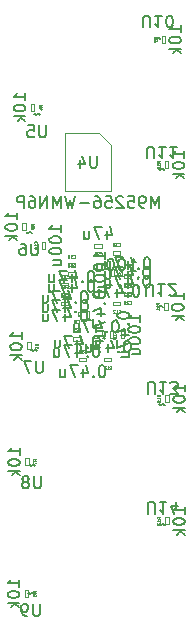
<source format=gbr>
%TF.GenerationSoftware,KiCad,Pcbnew,8.0.1*%
%TF.CreationDate,2024-10-17T14:11:07-05:00*%
%TF.ProjectId,sip-board,7369702d-626f-4617-9264-2e6b69636164,rev?*%
%TF.SameCoordinates,Original*%
%TF.FileFunction,AssemblyDrawing,Bot*%
%FSLAX46Y46*%
G04 Gerber Fmt 4.6, Leading zero omitted, Abs format (unit mm)*
G04 Created by KiCad (PCBNEW 8.0.1) date 2024-10-17 14:11:07*
%MOMM*%
%LPD*%
G01*
G04 APERTURE LIST*
%ADD10C,0.150000*%
%ADD11C,0.040000*%
%ADD12C,0.100000*%
G04 APERTURE END LIST*
D10*
X152894819Y-120139761D02*
X152894819Y-119568333D01*
X152894819Y-119854047D02*
X151894819Y-119854047D01*
X151894819Y-119854047D02*
X152037676Y-119758809D01*
X152037676Y-119758809D02*
X152132914Y-119663571D01*
X152132914Y-119663571D02*
X152180533Y-119568333D01*
X151894819Y-120758809D02*
X151894819Y-120854047D01*
X151894819Y-120854047D02*
X151942438Y-120949285D01*
X151942438Y-120949285D02*
X151990057Y-120996904D01*
X151990057Y-120996904D02*
X152085295Y-121044523D01*
X152085295Y-121044523D02*
X152275771Y-121092142D01*
X152275771Y-121092142D02*
X152513866Y-121092142D01*
X152513866Y-121092142D02*
X152704342Y-121044523D01*
X152704342Y-121044523D02*
X152799580Y-120996904D01*
X152799580Y-120996904D02*
X152847200Y-120949285D01*
X152847200Y-120949285D02*
X152894819Y-120854047D01*
X152894819Y-120854047D02*
X152894819Y-120758809D01*
X152894819Y-120758809D02*
X152847200Y-120663571D01*
X152847200Y-120663571D02*
X152799580Y-120615952D01*
X152799580Y-120615952D02*
X152704342Y-120568333D01*
X152704342Y-120568333D02*
X152513866Y-120520714D01*
X152513866Y-120520714D02*
X152275771Y-120520714D01*
X152275771Y-120520714D02*
X152085295Y-120568333D01*
X152085295Y-120568333D02*
X151990057Y-120615952D01*
X151990057Y-120615952D02*
X151942438Y-120663571D01*
X151942438Y-120663571D02*
X151894819Y-120758809D01*
X152894819Y-121520714D02*
X151894819Y-121520714D01*
X152513866Y-121615952D02*
X152894819Y-121901666D01*
X152228152Y-121901666D02*
X152609104Y-121520714D01*
D11*
X150823574Y-120574285D02*
X150704527Y-120490952D01*
X150823574Y-120431428D02*
X150573574Y-120431428D01*
X150573574Y-120431428D02*
X150573574Y-120526666D01*
X150573574Y-120526666D02*
X150585479Y-120550476D01*
X150585479Y-120550476D02*
X150597384Y-120562381D01*
X150597384Y-120562381D02*
X150621193Y-120574285D01*
X150621193Y-120574285D02*
X150656908Y-120574285D01*
X150656908Y-120574285D02*
X150680717Y-120562381D01*
X150680717Y-120562381D02*
X150692622Y-120550476D01*
X150692622Y-120550476D02*
X150704527Y-120526666D01*
X150704527Y-120526666D02*
X150704527Y-120431428D01*
X150823574Y-120812381D02*
X150823574Y-120669524D01*
X150823574Y-120740952D02*
X150573574Y-120740952D01*
X150573574Y-120740952D02*
X150609289Y-120717143D01*
X150609289Y-120717143D02*
X150633098Y-120693333D01*
X150633098Y-120693333D02*
X150645003Y-120669524D01*
X150573574Y-120895714D02*
X150573574Y-121050476D01*
X150573574Y-121050476D02*
X150668812Y-120967142D01*
X150668812Y-120967142D02*
X150668812Y-121002857D01*
X150668812Y-121002857D02*
X150680717Y-121026666D01*
X150680717Y-121026666D02*
X150692622Y-121038571D01*
X150692622Y-121038571D02*
X150716431Y-121050476D01*
X150716431Y-121050476D02*
X150775955Y-121050476D01*
X150775955Y-121050476D02*
X150799765Y-121038571D01*
X150799765Y-121038571D02*
X150811670Y-121026666D01*
X150811670Y-121026666D02*
X150823574Y-121002857D01*
X150823574Y-121002857D02*
X150823574Y-120931428D01*
X150823574Y-120931428D02*
X150811670Y-120907619D01*
X150811670Y-120907619D02*
X150799765Y-120895714D01*
D10*
X139394819Y-85119761D02*
X139394819Y-84548333D01*
X139394819Y-84834047D02*
X138394819Y-84834047D01*
X138394819Y-84834047D02*
X138537676Y-84738809D01*
X138537676Y-84738809D02*
X138632914Y-84643571D01*
X138632914Y-84643571D02*
X138680533Y-84548333D01*
X138394819Y-85738809D02*
X138394819Y-85834047D01*
X138394819Y-85834047D02*
X138442438Y-85929285D01*
X138442438Y-85929285D02*
X138490057Y-85976904D01*
X138490057Y-85976904D02*
X138585295Y-86024523D01*
X138585295Y-86024523D02*
X138775771Y-86072142D01*
X138775771Y-86072142D02*
X139013866Y-86072142D01*
X139013866Y-86072142D02*
X139204342Y-86024523D01*
X139204342Y-86024523D02*
X139299580Y-85976904D01*
X139299580Y-85976904D02*
X139347200Y-85929285D01*
X139347200Y-85929285D02*
X139394819Y-85834047D01*
X139394819Y-85834047D02*
X139394819Y-85738809D01*
X139394819Y-85738809D02*
X139347200Y-85643571D01*
X139347200Y-85643571D02*
X139299580Y-85595952D01*
X139299580Y-85595952D02*
X139204342Y-85548333D01*
X139204342Y-85548333D02*
X139013866Y-85500714D01*
X139013866Y-85500714D02*
X138775771Y-85500714D01*
X138775771Y-85500714D02*
X138585295Y-85548333D01*
X138585295Y-85548333D02*
X138490057Y-85595952D01*
X138490057Y-85595952D02*
X138442438Y-85643571D01*
X138442438Y-85643571D02*
X138394819Y-85738809D01*
X139394819Y-86500714D02*
X138394819Y-86500714D01*
X139013866Y-86595952D02*
X139394819Y-86881666D01*
X138728152Y-86881666D02*
X139109104Y-86500714D01*
D11*
X140783574Y-85673333D02*
X140664527Y-85590000D01*
X140783574Y-85530476D02*
X140533574Y-85530476D01*
X140533574Y-85530476D02*
X140533574Y-85625714D01*
X140533574Y-85625714D02*
X140545479Y-85649524D01*
X140545479Y-85649524D02*
X140557384Y-85661429D01*
X140557384Y-85661429D02*
X140581193Y-85673333D01*
X140581193Y-85673333D02*
X140616908Y-85673333D01*
X140616908Y-85673333D02*
X140640717Y-85661429D01*
X140640717Y-85661429D02*
X140652622Y-85649524D01*
X140652622Y-85649524D02*
X140664527Y-85625714D01*
X140664527Y-85625714D02*
X140664527Y-85530476D01*
X140616908Y-85887619D02*
X140783574Y-85887619D01*
X140521670Y-85828095D02*
X140700241Y-85768572D01*
X140700241Y-85768572D02*
X140700241Y-85923333D01*
D10*
X149720475Y-99224819D02*
X149625237Y-99224819D01*
X149625237Y-99224819D02*
X149529999Y-99272438D01*
X149529999Y-99272438D02*
X149482380Y-99320057D01*
X149482380Y-99320057D02*
X149434761Y-99415295D01*
X149434761Y-99415295D02*
X149387142Y-99605771D01*
X149387142Y-99605771D02*
X149387142Y-99843866D01*
X149387142Y-99843866D02*
X149434761Y-100034342D01*
X149434761Y-100034342D02*
X149482380Y-100129580D01*
X149482380Y-100129580D02*
X149529999Y-100177200D01*
X149529999Y-100177200D02*
X149625237Y-100224819D01*
X149625237Y-100224819D02*
X149720475Y-100224819D01*
X149720475Y-100224819D02*
X149815713Y-100177200D01*
X149815713Y-100177200D02*
X149863332Y-100129580D01*
X149863332Y-100129580D02*
X149910951Y-100034342D01*
X149910951Y-100034342D02*
X149958570Y-99843866D01*
X149958570Y-99843866D02*
X149958570Y-99605771D01*
X149958570Y-99605771D02*
X149910951Y-99415295D01*
X149910951Y-99415295D02*
X149863332Y-99320057D01*
X149863332Y-99320057D02*
X149815713Y-99272438D01*
X149815713Y-99272438D02*
X149720475Y-99224819D01*
X148958570Y-100129580D02*
X148910951Y-100177200D01*
X148910951Y-100177200D02*
X148958570Y-100224819D01*
X148958570Y-100224819D02*
X149006189Y-100177200D01*
X149006189Y-100177200D02*
X148958570Y-100129580D01*
X148958570Y-100129580D02*
X148958570Y-100224819D01*
X148053809Y-99558152D02*
X148053809Y-100224819D01*
X148291904Y-99177200D02*
X148529999Y-99891485D01*
X148529999Y-99891485D02*
X147910952Y-99891485D01*
X147625237Y-99224819D02*
X146958571Y-99224819D01*
X146958571Y-99224819D02*
X147387142Y-100224819D01*
X146149047Y-99558152D02*
X146149047Y-100224819D01*
X146577618Y-99558152D02*
X146577618Y-100081961D01*
X146577618Y-100081961D02*
X146529999Y-100177200D01*
X146529999Y-100177200D02*
X146434761Y-100224819D01*
X146434761Y-100224819D02*
X146291904Y-100224819D01*
X146291904Y-100224819D02*
X146196666Y-100177200D01*
X146196666Y-100177200D02*
X146149047Y-100129580D01*
D11*
X148190714Y-101589765D02*
X148202618Y-101601670D01*
X148202618Y-101601670D02*
X148238333Y-101613574D01*
X148238333Y-101613574D02*
X148262142Y-101613574D01*
X148262142Y-101613574D02*
X148297856Y-101601670D01*
X148297856Y-101601670D02*
X148321666Y-101577860D01*
X148321666Y-101577860D02*
X148333571Y-101554050D01*
X148333571Y-101554050D02*
X148345475Y-101506431D01*
X148345475Y-101506431D02*
X148345475Y-101470717D01*
X148345475Y-101470717D02*
X148333571Y-101423098D01*
X148333571Y-101423098D02*
X148321666Y-101399289D01*
X148321666Y-101399289D02*
X148297856Y-101375479D01*
X148297856Y-101375479D02*
X148262142Y-101363574D01*
X148262142Y-101363574D02*
X148238333Y-101363574D01*
X148238333Y-101363574D02*
X148202618Y-101375479D01*
X148202618Y-101375479D02*
X148190714Y-101387384D01*
X148095475Y-101387384D02*
X148083571Y-101375479D01*
X148083571Y-101375479D02*
X148059761Y-101363574D01*
X148059761Y-101363574D02*
X148000237Y-101363574D01*
X148000237Y-101363574D02*
X147976428Y-101375479D01*
X147976428Y-101375479D02*
X147964523Y-101387384D01*
X147964523Y-101387384D02*
X147952618Y-101411193D01*
X147952618Y-101411193D02*
X147952618Y-101435003D01*
X147952618Y-101435003D02*
X147964523Y-101470717D01*
X147964523Y-101470717D02*
X148107380Y-101613574D01*
X148107380Y-101613574D02*
X147952618Y-101613574D01*
X147714523Y-101613574D02*
X147857380Y-101613574D01*
X147785952Y-101613574D02*
X147785952Y-101363574D01*
X147785952Y-101363574D02*
X147809761Y-101399289D01*
X147809761Y-101399289D02*
X147833571Y-101423098D01*
X147833571Y-101423098D02*
X147857380Y-101435003D01*
D10*
X138934819Y-115134761D02*
X138934819Y-114563333D01*
X138934819Y-114849047D02*
X137934819Y-114849047D01*
X137934819Y-114849047D02*
X138077676Y-114753809D01*
X138077676Y-114753809D02*
X138172914Y-114658571D01*
X138172914Y-114658571D02*
X138220533Y-114563333D01*
X137934819Y-115753809D02*
X137934819Y-115849047D01*
X137934819Y-115849047D02*
X137982438Y-115944285D01*
X137982438Y-115944285D02*
X138030057Y-115991904D01*
X138030057Y-115991904D02*
X138125295Y-116039523D01*
X138125295Y-116039523D02*
X138315771Y-116087142D01*
X138315771Y-116087142D02*
X138553866Y-116087142D01*
X138553866Y-116087142D02*
X138744342Y-116039523D01*
X138744342Y-116039523D02*
X138839580Y-115991904D01*
X138839580Y-115991904D02*
X138887200Y-115944285D01*
X138887200Y-115944285D02*
X138934819Y-115849047D01*
X138934819Y-115849047D02*
X138934819Y-115753809D01*
X138934819Y-115753809D02*
X138887200Y-115658571D01*
X138887200Y-115658571D02*
X138839580Y-115610952D01*
X138839580Y-115610952D02*
X138744342Y-115563333D01*
X138744342Y-115563333D02*
X138553866Y-115515714D01*
X138553866Y-115515714D02*
X138315771Y-115515714D01*
X138315771Y-115515714D02*
X138125295Y-115563333D01*
X138125295Y-115563333D02*
X138030057Y-115610952D01*
X138030057Y-115610952D02*
X137982438Y-115658571D01*
X137982438Y-115658571D02*
X137934819Y-115753809D01*
X138934819Y-116515714D02*
X137934819Y-116515714D01*
X138553866Y-116610952D02*
X138934819Y-116896666D01*
X138268152Y-116896666D02*
X138649104Y-116515714D01*
D11*
X140323574Y-115688333D02*
X140204527Y-115605000D01*
X140323574Y-115545476D02*
X140073574Y-115545476D01*
X140073574Y-115545476D02*
X140073574Y-115640714D01*
X140073574Y-115640714D02*
X140085479Y-115664524D01*
X140085479Y-115664524D02*
X140097384Y-115676429D01*
X140097384Y-115676429D02*
X140121193Y-115688333D01*
X140121193Y-115688333D02*
X140156908Y-115688333D01*
X140156908Y-115688333D02*
X140180717Y-115676429D01*
X140180717Y-115676429D02*
X140192622Y-115664524D01*
X140192622Y-115664524D02*
X140204527Y-115640714D01*
X140204527Y-115640714D02*
X140204527Y-115545476D01*
X140073574Y-115771667D02*
X140073574Y-115938333D01*
X140073574Y-115938333D02*
X140323574Y-115831191D01*
D10*
X144420475Y-102064819D02*
X144325237Y-102064819D01*
X144325237Y-102064819D02*
X144229999Y-102112438D01*
X144229999Y-102112438D02*
X144182380Y-102160057D01*
X144182380Y-102160057D02*
X144134761Y-102255295D01*
X144134761Y-102255295D02*
X144087142Y-102445771D01*
X144087142Y-102445771D02*
X144087142Y-102683866D01*
X144087142Y-102683866D02*
X144134761Y-102874342D01*
X144134761Y-102874342D02*
X144182380Y-102969580D01*
X144182380Y-102969580D02*
X144229999Y-103017200D01*
X144229999Y-103017200D02*
X144325237Y-103064819D01*
X144325237Y-103064819D02*
X144420475Y-103064819D01*
X144420475Y-103064819D02*
X144515713Y-103017200D01*
X144515713Y-103017200D02*
X144563332Y-102969580D01*
X144563332Y-102969580D02*
X144610951Y-102874342D01*
X144610951Y-102874342D02*
X144658570Y-102683866D01*
X144658570Y-102683866D02*
X144658570Y-102445771D01*
X144658570Y-102445771D02*
X144610951Y-102255295D01*
X144610951Y-102255295D02*
X144563332Y-102160057D01*
X144563332Y-102160057D02*
X144515713Y-102112438D01*
X144515713Y-102112438D02*
X144420475Y-102064819D01*
X143658570Y-102969580D02*
X143610951Y-103017200D01*
X143610951Y-103017200D02*
X143658570Y-103064819D01*
X143658570Y-103064819D02*
X143706189Y-103017200D01*
X143706189Y-103017200D02*
X143658570Y-102969580D01*
X143658570Y-102969580D02*
X143658570Y-103064819D01*
X142753809Y-102398152D02*
X142753809Y-103064819D01*
X142991904Y-102017200D02*
X143229999Y-102731485D01*
X143229999Y-102731485D02*
X142610952Y-102731485D01*
X142325237Y-102064819D02*
X141658571Y-102064819D01*
X141658571Y-102064819D02*
X142087142Y-103064819D01*
X140849047Y-102398152D02*
X140849047Y-103064819D01*
X141277618Y-102398152D02*
X141277618Y-102921961D01*
X141277618Y-102921961D02*
X141229999Y-103017200D01*
X141229999Y-103017200D02*
X141134761Y-103064819D01*
X141134761Y-103064819D02*
X140991904Y-103064819D01*
X140991904Y-103064819D02*
X140896666Y-103017200D01*
X140896666Y-103017200D02*
X140849047Y-102969580D01*
D11*
X142890714Y-100969765D02*
X142902618Y-100981670D01*
X142902618Y-100981670D02*
X142938333Y-100993574D01*
X142938333Y-100993574D02*
X142962142Y-100993574D01*
X142962142Y-100993574D02*
X142997856Y-100981670D01*
X142997856Y-100981670D02*
X143021666Y-100957860D01*
X143021666Y-100957860D02*
X143033571Y-100934050D01*
X143033571Y-100934050D02*
X143045475Y-100886431D01*
X143045475Y-100886431D02*
X143045475Y-100850717D01*
X143045475Y-100850717D02*
X143033571Y-100803098D01*
X143033571Y-100803098D02*
X143021666Y-100779289D01*
X143021666Y-100779289D02*
X142997856Y-100755479D01*
X142997856Y-100755479D02*
X142962142Y-100743574D01*
X142962142Y-100743574D02*
X142938333Y-100743574D01*
X142938333Y-100743574D02*
X142902618Y-100755479D01*
X142902618Y-100755479D02*
X142890714Y-100767384D01*
X142807380Y-100743574D02*
X142652618Y-100743574D01*
X142652618Y-100743574D02*
X142735952Y-100838812D01*
X142735952Y-100838812D02*
X142700237Y-100838812D01*
X142700237Y-100838812D02*
X142676428Y-100850717D01*
X142676428Y-100850717D02*
X142664523Y-100862622D01*
X142664523Y-100862622D02*
X142652618Y-100886431D01*
X142652618Y-100886431D02*
X142652618Y-100945955D01*
X142652618Y-100945955D02*
X142664523Y-100969765D01*
X142664523Y-100969765D02*
X142676428Y-100981670D01*
X142676428Y-100981670D02*
X142700237Y-100993574D01*
X142700237Y-100993574D02*
X142771666Y-100993574D01*
X142771666Y-100993574D02*
X142795475Y-100981670D01*
X142795475Y-100981670D02*
X142807380Y-100969765D01*
X142557380Y-100767384D02*
X142545476Y-100755479D01*
X142545476Y-100755479D02*
X142521666Y-100743574D01*
X142521666Y-100743574D02*
X142462142Y-100743574D01*
X142462142Y-100743574D02*
X142438333Y-100755479D01*
X142438333Y-100755479D02*
X142426428Y-100767384D01*
X142426428Y-100767384D02*
X142414523Y-100791193D01*
X142414523Y-100791193D02*
X142414523Y-100815003D01*
X142414523Y-100815003D02*
X142426428Y-100850717D01*
X142426428Y-100850717D02*
X142569285Y-100993574D01*
X142569285Y-100993574D02*
X142414523Y-100993574D01*
D10*
X145144819Y-101549524D02*
X145144819Y-101644762D01*
X145144819Y-101644762D02*
X145192438Y-101740000D01*
X145192438Y-101740000D02*
X145240057Y-101787619D01*
X145240057Y-101787619D02*
X145335295Y-101835238D01*
X145335295Y-101835238D02*
X145525771Y-101882857D01*
X145525771Y-101882857D02*
X145763866Y-101882857D01*
X145763866Y-101882857D02*
X145954342Y-101835238D01*
X145954342Y-101835238D02*
X146049580Y-101787619D01*
X146049580Y-101787619D02*
X146097200Y-101740000D01*
X146097200Y-101740000D02*
X146144819Y-101644762D01*
X146144819Y-101644762D02*
X146144819Y-101549524D01*
X146144819Y-101549524D02*
X146097200Y-101454286D01*
X146097200Y-101454286D02*
X146049580Y-101406667D01*
X146049580Y-101406667D02*
X145954342Y-101359048D01*
X145954342Y-101359048D02*
X145763866Y-101311429D01*
X145763866Y-101311429D02*
X145525771Y-101311429D01*
X145525771Y-101311429D02*
X145335295Y-101359048D01*
X145335295Y-101359048D02*
X145240057Y-101406667D01*
X145240057Y-101406667D02*
X145192438Y-101454286D01*
X145192438Y-101454286D02*
X145144819Y-101549524D01*
X146049580Y-102311429D02*
X146097200Y-102359048D01*
X146097200Y-102359048D02*
X146144819Y-102311429D01*
X146144819Y-102311429D02*
X146097200Y-102263810D01*
X146097200Y-102263810D02*
X146049580Y-102311429D01*
X146049580Y-102311429D02*
X146144819Y-102311429D01*
X145478152Y-103216190D02*
X146144819Y-103216190D01*
X145097200Y-102978095D02*
X145811485Y-102740000D01*
X145811485Y-102740000D02*
X145811485Y-103359047D01*
X145144819Y-103644762D02*
X145144819Y-104311428D01*
X145144819Y-104311428D02*
X146144819Y-103882857D01*
X145478152Y-105120952D02*
X146144819Y-105120952D01*
X145478152Y-104692381D02*
X146001961Y-104692381D01*
X146001961Y-104692381D02*
X146097200Y-104740000D01*
X146097200Y-104740000D02*
X146144819Y-104835238D01*
X146144819Y-104835238D02*
X146144819Y-104978095D01*
X146144819Y-104978095D02*
X146097200Y-105073333D01*
X146097200Y-105073333D02*
X146049580Y-105120952D01*
D11*
X144049765Y-103198333D02*
X144061670Y-103186429D01*
X144061670Y-103186429D02*
X144073574Y-103150714D01*
X144073574Y-103150714D02*
X144073574Y-103126905D01*
X144073574Y-103126905D02*
X144061670Y-103091191D01*
X144061670Y-103091191D02*
X144037860Y-103067381D01*
X144037860Y-103067381D02*
X144014050Y-103055476D01*
X144014050Y-103055476D02*
X143966431Y-103043572D01*
X143966431Y-103043572D02*
X143930717Y-103043572D01*
X143930717Y-103043572D02*
X143883098Y-103055476D01*
X143883098Y-103055476D02*
X143859289Y-103067381D01*
X143859289Y-103067381D02*
X143835479Y-103091191D01*
X143835479Y-103091191D02*
X143823574Y-103126905D01*
X143823574Y-103126905D02*
X143823574Y-103150714D01*
X143823574Y-103150714D02*
X143835479Y-103186429D01*
X143835479Y-103186429D02*
X143847384Y-103198333D01*
X144073574Y-103317381D02*
X144073574Y-103365000D01*
X144073574Y-103365000D02*
X144061670Y-103388810D01*
X144061670Y-103388810D02*
X144049765Y-103400714D01*
X144049765Y-103400714D02*
X144014050Y-103424524D01*
X144014050Y-103424524D02*
X143966431Y-103436429D01*
X143966431Y-103436429D02*
X143871193Y-103436429D01*
X143871193Y-103436429D02*
X143847384Y-103424524D01*
X143847384Y-103424524D02*
X143835479Y-103412619D01*
X143835479Y-103412619D02*
X143823574Y-103388810D01*
X143823574Y-103388810D02*
X143823574Y-103341191D01*
X143823574Y-103341191D02*
X143835479Y-103317381D01*
X143835479Y-103317381D02*
X143847384Y-103305476D01*
X143847384Y-103305476D02*
X143871193Y-103293572D01*
X143871193Y-103293572D02*
X143930717Y-103293572D01*
X143930717Y-103293572D02*
X143954527Y-103305476D01*
X143954527Y-103305476D02*
X143966431Y-103317381D01*
X143966431Y-103317381D02*
X143978336Y-103341191D01*
X143978336Y-103341191D02*
X143978336Y-103388810D01*
X143978336Y-103388810D02*
X143966431Y-103412619D01*
X143966431Y-103412619D02*
X143954527Y-103424524D01*
X143954527Y-103424524D02*
X143930717Y-103436429D01*
D10*
X145435475Y-105074819D02*
X145340237Y-105074819D01*
X145340237Y-105074819D02*
X145244999Y-105122438D01*
X145244999Y-105122438D02*
X145197380Y-105170057D01*
X145197380Y-105170057D02*
X145149761Y-105265295D01*
X145149761Y-105265295D02*
X145102142Y-105455771D01*
X145102142Y-105455771D02*
X145102142Y-105693866D01*
X145102142Y-105693866D02*
X145149761Y-105884342D01*
X145149761Y-105884342D02*
X145197380Y-105979580D01*
X145197380Y-105979580D02*
X145244999Y-106027200D01*
X145244999Y-106027200D02*
X145340237Y-106074819D01*
X145340237Y-106074819D02*
X145435475Y-106074819D01*
X145435475Y-106074819D02*
X145530713Y-106027200D01*
X145530713Y-106027200D02*
X145578332Y-105979580D01*
X145578332Y-105979580D02*
X145625951Y-105884342D01*
X145625951Y-105884342D02*
X145673570Y-105693866D01*
X145673570Y-105693866D02*
X145673570Y-105455771D01*
X145673570Y-105455771D02*
X145625951Y-105265295D01*
X145625951Y-105265295D02*
X145578332Y-105170057D01*
X145578332Y-105170057D02*
X145530713Y-105122438D01*
X145530713Y-105122438D02*
X145435475Y-105074819D01*
X144673570Y-105979580D02*
X144625951Y-106027200D01*
X144625951Y-106027200D02*
X144673570Y-106074819D01*
X144673570Y-106074819D02*
X144721189Y-106027200D01*
X144721189Y-106027200D02*
X144673570Y-105979580D01*
X144673570Y-105979580D02*
X144673570Y-106074819D01*
X143768809Y-105408152D02*
X143768809Y-106074819D01*
X144006904Y-105027200D02*
X144244999Y-105741485D01*
X144244999Y-105741485D02*
X143625952Y-105741485D01*
X143340237Y-105074819D02*
X142673571Y-105074819D01*
X142673571Y-105074819D02*
X143102142Y-106074819D01*
X141864047Y-105408152D02*
X141864047Y-106074819D01*
X142292618Y-105408152D02*
X142292618Y-105931961D01*
X142292618Y-105931961D02*
X142244999Y-106027200D01*
X142244999Y-106027200D02*
X142149761Y-106074819D01*
X142149761Y-106074819D02*
X142006904Y-106074819D01*
X142006904Y-106074819D02*
X141911666Y-106027200D01*
X141911666Y-106027200D02*
X141864047Y-105979580D01*
D11*
X143786666Y-103979765D02*
X143798570Y-103991670D01*
X143798570Y-103991670D02*
X143834285Y-104003574D01*
X143834285Y-104003574D02*
X143858094Y-104003574D01*
X143858094Y-104003574D02*
X143893808Y-103991670D01*
X143893808Y-103991670D02*
X143917618Y-103967860D01*
X143917618Y-103967860D02*
X143929523Y-103944050D01*
X143929523Y-103944050D02*
X143941427Y-103896431D01*
X143941427Y-103896431D02*
X143941427Y-103860717D01*
X143941427Y-103860717D02*
X143929523Y-103813098D01*
X143929523Y-103813098D02*
X143917618Y-103789289D01*
X143917618Y-103789289D02*
X143893808Y-103765479D01*
X143893808Y-103765479D02*
X143858094Y-103753574D01*
X143858094Y-103753574D02*
X143834285Y-103753574D01*
X143834285Y-103753574D02*
X143798570Y-103765479D01*
X143798570Y-103765479D02*
X143786666Y-103777384D01*
X143643808Y-103860717D02*
X143667618Y-103848812D01*
X143667618Y-103848812D02*
X143679523Y-103836908D01*
X143679523Y-103836908D02*
X143691427Y-103813098D01*
X143691427Y-103813098D02*
X143691427Y-103801193D01*
X143691427Y-103801193D02*
X143679523Y-103777384D01*
X143679523Y-103777384D02*
X143667618Y-103765479D01*
X143667618Y-103765479D02*
X143643808Y-103753574D01*
X143643808Y-103753574D02*
X143596189Y-103753574D01*
X143596189Y-103753574D02*
X143572380Y-103765479D01*
X143572380Y-103765479D02*
X143560475Y-103777384D01*
X143560475Y-103777384D02*
X143548570Y-103801193D01*
X143548570Y-103801193D02*
X143548570Y-103813098D01*
X143548570Y-103813098D02*
X143560475Y-103836908D01*
X143560475Y-103836908D02*
X143572380Y-103848812D01*
X143572380Y-103848812D02*
X143596189Y-103860717D01*
X143596189Y-103860717D02*
X143643808Y-103860717D01*
X143643808Y-103860717D02*
X143667618Y-103872622D01*
X143667618Y-103872622D02*
X143679523Y-103884527D01*
X143679523Y-103884527D02*
X143691427Y-103908336D01*
X143691427Y-103908336D02*
X143691427Y-103955955D01*
X143691427Y-103955955D02*
X143679523Y-103979765D01*
X143679523Y-103979765D02*
X143667618Y-103991670D01*
X143667618Y-103991670D02*
X143643808Y-104003574D01*
X143643808Y-104003574D02*
X143596189Y-104003574D01*
X143596189Y-104003574D02*
X143572380Y-103991670D01*
X143572380Y-103991670D02*
X143560475Y-103979765D01*
X143560475Y-103979765D02*
X143548570Y-103955955D01*
X143548570Y-103955955D02*
X143548570Y-103908336D01*
X143548570Y-103908336D02*
X143560475Y-103884527D01*
X143560475Y-103884527D02*
X143572380Y-103872622D01*
X143572380Y-103872622D02*
X143596189Y-103860717D01*
D10*
X150665895Y-90927133D02*
X150713514Y-90974752D01*
X150713514Y-90974752D02*
X150808752Y-91022371D01*
X150808752Y-91022371D02*
X150999228Y-90927133D01*
X150999228Y-90927133D02*
X151094466Y-90974752D01*
X151094466Y-90974752D02*
X151142085Y-91022371D01*
X149689705Y-90046180D02*
X149689705Y-89236657D01*
X149689705Y-89236657D02*
X149737324Y-89141419D01*
X149737324Y-89141419D02*
X149784943Y-89093800D01*
X149784943Y-89093800D02*
X149880181Y-89046180D01*
X149880181Y-89046180D02*
X150070657Y-89046180D01*
X150070657Y-89046180D02*
X150165895Y-89093800D01*
X150165895Y-89093800D02*
X150213514Y-89141419D01*
X150213514Y-89141419D02*
X150261133Y-89236657D01*
X150261133Y-89236657D02*
X150261133Y-90046180D01*
X151261133Y-89046180D02*
X150689705Y-89046180D01*
X150975419Y-89046180D02*
X150975419Y-90046180D01*
X150975419Y-90046180D02*
X150880181Y-89903323D01*
X150880181Y-89903323D02*
X150784943Y-89808085D01*
X150784943Y-89808085D02*
X150689705Y-89760466D01*
X152213514Y-89046180D02*
X151642086Y-89046180D01*
X151927800Y-89046180D02*
X151927800Y-90046180D01*
X151927800Y-90046180D02*
X151832562Y-89903323D01*
X151832562Y-89903323D02*
X151737324Y-89808085D01*
X151737324Y-89808085D02*
X151642086Y-89760466D01*
X148060475Y-105474819D02*
X147965237Y-105474819D01*
X147965237Y-105474819D02*
X147869999Y-105522438D01*
X147869999Y-105522438D02*
X147822380Y-105570057D01*
X147822380Y-105570057D02*
X147774761Y-105665295D01*
X147774761Y-105665295D02*
X147727142Y-105855771D01*
X147727142Y-105855771D02*
X147727142Y-106093866D01*
X147727142Y-106093866D02*
X147774761Y-106284342D01*
X147774761Y-106284342D02*
X147822380Y-106379580D01*
X147822380Y-106379580D02*
X147869999Y-106427200D01*
X147869999Y-106427200D02*
X147965237Y-106474819D01*
X147965237Y-106474819D02*
X148060475Y-106474819D01*
X148060475Y-106474819D02*
X148155713Y-106427200D01*
X148155713Y-106427200D02*
X148203332Y-106379580D01*
X148203332Y-106379580D02*
X148250951Y-106284342D01*
X148250951Y-106284342D02*
X148298570Y-106093866D01*
X148298570Y-106093866D02*
X148298570Y-105855771D01*
X148298570Y-105855771D02*
X148250951Y-105665295D01*
X148250951Y-105665295D02*
X148203332Y-105570057D01*
X148203332Y-105570057D02*
X148155713Y-105522438D01*
X148155713Y-105522438D02*
X148060475Y-105474819D01*
X147298570Y-106379580D02*
X147250951Y-106427200D01*
X147250951Y-106427200D02*
X147298570Y-106474819D01*
X147298570Y-106474819D02*
X147346189Y-106427200D01*
X147346189Y-106427200D02*
X147298570Y-106379580D01*
X147298570Y-106379580D02*
X147298570Y-106474819D01*
X146393809Y-105808152D02*
X146393809Y-106474819D01*
X146631904Y-105427200D02*
X146869999Y-106141485D01*
X146869999Y-106141485D02*
X146250952Y-106141485D01*
X145965237Y-105474819D02*
X145298571Y-105474819D01*
X145298571Y-105474819D02*
X145727142Y-106474819D01*
X144489047Y-105808152D02*
X144489047Y-106474819D01*
X144917618Y-105808152D02*
X144917618Y-106331961D01*
X144917618Y-106331961D02*
X144869999Y-106427200D01*
X144869999Y-106427200D02*
X144774761Y-106474819D01*
X144774761Y-106474819D02*
X144631904Y-106474819D01*
X144631904Y-106474819D02*
X144536666Y-106427200D01*
X144536666Y-106427200D02*
X144489047Y-106379580D01*
D11*
X146530714Y-107839765D02*
X146542618Y-107851670D01*
X146542618Y-107851670D02*
X146578333Y-107863574D01*
X146578333Y-107863574D02*
X146602142Y-107863574D01*
X146602142Y-107863574D02*
X146637856Y-107851670D01*
X146637856Y-107851670D02*
X146661666Y-107827860D01*
X146661666Y-107827860D02*
X146673571Y-107804050D01*
X146673571Y-107804050D02*
X146685475Y-107756431D01*
X146685475Y-107756431D02*
X146685475Y-107720717D01*
X146685475Y-107720717D02*
X146673571Y-107673098D01*
X146673571Y-107673098D02*
X146661666Y-107649289D01*
X146661666Y-107649289D02*
X146637856Y-107625479D01*
X146637856Y-107625479D02*
X146602142Y-107613574D01*
X146602142Y-107613574D02*
X146578333Y-107613574D01*
X146578333Y-107613574D02*
X146542618Y-107625479D01*
X146542618Y-107625479D02*
X146530714Y-107637384D01*
X146292618Y-107863574D02*
X146435475Y-107863574D01*
X146364047Y-107863574D02*
X146364047Y-107613574D01*
X146364047Y-107613574D02*
X146387856Y-107649289D01*
X146387856Y-107649289D02*
X146411666Y-107673098D01*
X146411666Y-107673098D02*
X146435475Y-107685003D01*
X146209285Y-107613574D02*
X146054523Y-107613574D01*
X146054523Y-107613574D02*
X146137857Y-107708812D01*
X146137857Y-107708812D02*
X146102142Y-107708812D01*
X146102142Y-107708812D02*
X146078333Y-107720717D01*
X146078333Y-107720717D02*
X146066428Y-107732622D01*
X146066428Y-107732622D02*
X146054523Y-107756431D01*
X146054523Y-107756431D02*
X146054523Y-107815955D01*
X146054523Y-107815955D02*
X146066428Y-107839765D01*
X146066428Y-107839765D02*
X146078333Y-107851670D01*
X146078333Y-107851670D02*
X146102142Y-107863574D01*
X146102142Y-107863574D02*
X146173571Y-107863574D01*
X146173571Y-107863574D02*
X146197380Y-107851670D01*
X146197380Y-107851670D02*
X146209285Y-107839765D01*
D10*
X150582445Y-102579933D02*
X150630064Y-102627552D01*
X150630064Y-102627552D02*
X150725302Y-102675171D01*
X150725302Y-102675171D02*
X150915778Y-102579933D01*
X150915778Y-102579933D02*
X151011016Y-102627552D01*
X151011016Y-102627552D02*
X151058635Y-102675171D01*
X149606255Y-101698980D02*
X149606255Y-100889457D01*
X149606255Y-100889457D02*
X149653874Y-100794219D01*
X149653874Y-100794219D02*
X149701493Y-100746600D01*
X149701493Y-100746600D02*
X149796731Y-100698980D01*
X149796731Y-100698980D02*
X149987207Y-100698980D01*
X149987207Y-100698980D02*
X150082445Y-100746600D01*
X150082445Y-100746600D02*
X150130064Y-100794219D01*
X150130064Y-100794219D02*
X150177683Y-100889457D01*
X150177683Y-100889457D02*
X150177683Y-101698980D01*
X151177683Y-100698980D02*
X150606255Y-100698980D01*
X150891969Y-100698980D02*
X150891969Y-101698980D01*
X150891969Y-101698980D02*
X150796731Y-101556123D01*
X150796731Y-101556123D02*
X150701493Y-101460885D01*
X150701493Y-101460885D02*
X150606255Y-101413266D01*
X151558636Y-101603742D02*
X151606255Y-101651361D01*
X151606255Y-101651361D02*
X151701493Y-101698980D01*
X151701493Y-101698980D02*
X151939588Y-101698980D01*
X151939588Y-101698980D02*
X152034826Y-101651361D01*
X152034826Y-101651361D02*
X152082445Y-101603742D01*
X152082445Y-101603742D02*
X152130064Y-101508504D01*
X152130064Y-101508504D02*
X152130064Y-101413266D01*
X152130064Y-101413266D02*
X152082445Y-101270409D01*
X152082445Y-101270409D02*
X151511017Y-100698980D01*
X151511017Y-100698980D02*
X152130064Y-100698980D01*
X145420475Y-105854819D02*
X145325237Y-105854819D01*
X145325237Y-105854819D02*
X145229999Y-105902438D01*
X145229999Y-105902438D02*
X145182380Y-105950057D01*
X145182380Y-105950057D02*
X145134761Y-106045295D01*
X145134761Y-106045295D02*
X145087142Y-106235771D01*
X145087142Y-106235771D02*
X145087142Y-106473866D01*
X145087142Y-106473866D02*
X145134761Y-106664342D01*
X145134761Y-106664342D02*
X145182380Y-106759580D01*
X145182380Y-106759580D02*
X145229999Y-106807200D01*
X145229999Y-106807200D02*
X145325237Y-106854819D01*
X145325237Y-106854819D02*
X145420475Y-106854819D01*
X145420475Y-106854819D02*
X145515713Y-106807200D01*
X145515713Y-106807200D02*
X145563332Y-106759580D01*
X145563332Y-106759580D02*
X145610951Y-106664342D01*
X145610951Y-106664342D02*
X145658570Y-106473866D01*
X145658570Y-106473866D02*
X145658570Y-106235771D01*
X145658570Y-106235771D02*
X145610951Y-106045295D01*
X145610951Y-106045295D02*
X145563332Y-105950057D01*
X145563332Y-105950057D02*
X145515713Y-105902438D01*
X145515713Y-105902438D02*
X145420475Y-105854819D01*
X144658570Y-106759580D02*
X144610951Y-106807200D01*
X144610951Y-106807200D02*
X144658570Y-106854819D01*
X144658570Y-106854819D02*
X144706189Y-106807200D01*
X144706189Y-106807200D02*
X144658570Y-106759580D01*
X144658570Y-106759580D02*
X144658570Y-106854819D01*
X143753809Y-106188152D02*
X143753809Y-106854819D01*
X143991904Y-105807200D02*
X144229999Y-106521485D01*
X144229999Y-106521485D02*
X143610952Y-106521485D01*
X143325237Y-105854819D02*
X142658571Y-105854819D01*
X142658571Y-105854819D02*
X143087142Y-106854819D01*
X141849047Y-106188152D02*
X141849047Y-106854819D01*
X142277618Y-106188152D02*
X142277618Y-106711961D01*
X142277618Y-106711961D02*
X142229999Y-106807200D01*
X142229999Y-106807200D02*
X142134761Y-106854819D01*
X142134761Y-106854819D02*
X141991904Y-106854819D01*
X141991904Y-106854819D02*
X141896666Y-106807200D01*
X141896666Y-106807200D02*
X141849047Y-106759580D01*
D11*
X143771666Y-104759765D02*
X143783570Y-104771670D01*
X143783570Y-104771670D02*
X143819285Y-104783574D01*
X143819285Y-104783574D02*
X143843094Y-104783574D01*
X143843094Y-104783574D02*
X143878808Y-104771670D01*
X143878808Y-104771670D02*
X143902618Y-104747860D01*
X143902618Y-104747860D02*
X143914523Y-104724050D01*
X143914523Y-104724050D02*
X143926427Y-104676431D01*
X143926427Y-104676431D02*
X143926427Y-104640717D01*
X143926427Y-104640717D02*
X143914523Y-104593098D01*
X143914523Y-104593098D02*
X143902618Y-104569289D01*
X143902618Y-104569289D02*
X143878808Y-104545479D01*
X143878808Y-104545479D02*
X143843094Y-104533574D01*
X143843094Y-104533574D02*
X143819285Y-104533574D01*
X143819285Y-104533574D02*
X143783570Y-104545479D01*
X143783570Y-104545479D02*
X143771666Y-104557384D01*
X143688332Y-104533574D02*
X143521666Y-104533574D01*
X143521666Y-104533574D02*
X143628808Y-104783574D01*
D10*
X139967554Y-96380066D02*
X139919935Y-96332447D01*
X139919935Y-96332447D02*
X139824697Y-96284828D01*
X139824697Y-96284828D02*
X139634221Y-96380066D01*
X139634221Y-96380066D02*
X139538983Y-96332447D01*
X139538983Y-96332447D02*
X139491364Y-96284828D01*
X140467554Y-97261019D02*
X140467554Y-98070542D01*
X140467554Y-98070542D02*
X140419935Y-98165780D01*
X140419935Y-98165780D02*
X140372316Y-98213400D01*
X140372316Y-98213400D02*
X140277078Y-98261019D01*
X140277078Y-98261019D02*
X140086602Y-98261019D01*
X140086602Y-98261019D02*
X139991364Y-98213400D01*
X139991364Y-98213400D02*
X139943745Y-98165780D01*
X139943745Y-98165780D02*
X139896126Y-98070542D01*
X139896126Y-98070542D02*
X139896126Y-97261019D01*
X138991364Y-97261019D02*
X139181840Y-97261019D01*
X139181840Y-97261019D02*
X139277078Y-97308638D01*
X139277078Y-97308638D02*
X139324697Y-97356257D01*
X139324697Y-97356257D02*
X139419935Y-97499114D01*
X139419935Y-97499114D02*
X139467554Y-97689590D01*
X139467554Y-97689590D02*
X139467554Y-98070542D01*
X139467554Y-98070542D02*
X139419935Y-98165780D01*
X139419935Y-98165780D02*
X139372316Y-98213400D01*
X139372316Y-98213400D02*
X139277078Y-98261019D01*
X139277078Y-98261019D02*
X139086602Y-98261019D01*
X139086602Y-98261019D02*
X138991364Y-98213400D01*
X138991364Y-98213400D02*
X138943745Y-98165780D01*
X138943745Y-98165780D02*
X138896126Y-98070542D01*
X138896126Y-98070542D02*
X138896126Y-97832447D01*
X138896126Y-97832447D02*
X138943745Y-97737209D01*
X138943745Y-97737209D02*
X138991364Y-97689590D01*
X138991364Y-97689590D02*
X139086602Y-97641971D01*
X139086602Y-97641971D02*
X139277078Y-97641971D01*
X139277078Y-97641971D02*
X139372316Y-97689590D01*
X139372316Y-97689590D02*
X139419935Y-97737209D01*
X139419935Y-97737209D02*
X139467554Y-97832447D01*
X146174819Y-98580952D02*
X146174819Y-98009524D01*
X146174819Y-98295238D02*
X145174819Y-98295238D01*
X145174819Y-98295238D02*
X145317676Y-98200000D01*
X145317676Y-98200000D02*
X145412914Y-98104762D01*
X145412914Y-98104762D02*
X145460533Y-98009524D01*
X145174819Y-99200000D02*
X145174819Y-99295238D01*
X145174819Y-99295238D02*
X145222438Y-99390476D01*
X145222438Y-99390476D02*
X145270057Y-99438095D01*
X145270057Y-99438095D02*
X145365295Y-99485714D01*
X145365295Y-99485714D02*
X145555771Y-99533333D01*
X145555771Y-99533333D02*
X145793866Y-99533333D01*
X145793866Y-99533333D02*
X145984342Y-99485714D01*
X145984342Y-99485714D02*
X146079580Y-99438095D01*
X146079580Y-99438095D02*
X146127200Y-99390476D01*
X146127200Y-99390476D02*
X146174819Y-99295238D01*
X146174819Y-99295238D02*
X146174819Y-99200000D01*
X146174819Y-99200000D02*
X146127200Y-99104762D01*
X146127200Y-99104762D02*
X146079580Y-99057143D01*
X146079580Y-99057143D02*
X145984342Y-99009524D01*
X145984342Y-99009524D02*
X145793866Y-98961905D01*
X145793866Y-98961905D02*
X145555771Y-98961905D01*
X145555771Y-98961905D02*
X145365295Y-99009524D01*
X145365295Y-99009524D02*
X145270057Y-99057143D01*
X145270057Y-99057143D02*
X145222438Y-99104762D01*
X145222438Y-99104762D02*
X145174819Y-99200000D01*
X145174819Y-100152381D02*
X145174819Y-100247619D01*
X145174819Y-100247619D02*
X145222438Y-100342857D01*
X145222438Y-100342857D02*
X145270057Y-100390476D01*
X145270057Y-100390476D02*
X145365295Y-100438095D01*
X145365295Y-100438095D02*
X145555771Y-100485714D01*
X145555771Y-100485714D02*
X145793866Y-100485714D01*
X145793866Y-100485714D02*
X145984342Y-100438095D01*
X145984342Y-100438095D02*
X146079580Y-100390476D01*
X146079580Y-100390476D02*
X146127200Y-100342857D01*
X146127200Y-100342857D02*
X146174819Y-100247619D01*
X146174819Y-100247619D02*
X146174819Y-100152381D01*
X146174819Y-100152381D02*
X146127200Y-100057143D01*
X146127200Y-100057143D02*
X146079580Y-100009524D01*
X146079580Y-100009524D02*
X145984342Y-99961905D01*
X145984342Y-99961905D02*
X145793866Y-99914286D01*
X145793866Y-99914286D02*
X145555771Y-99914286D01*
X145555771Y-99914286D02*
X145365295Y-99961905D01*
X145365295Y-99961905D02*
X145270057Y-100009524D01*
X145270057Y-100009524D02*
X145222438Y-100057143D01*
X145222438Y-100057143D02*
X145174819Y-100152381D01*
X145508152Y-101342857D02*
X146174819Y-101342857D01*
X145508152Y-100914286D02*
X146031961Y-100914286D01*
X146031961Y-100914286D02*
X146127200Y-100961905D01*
X146127200Y-100961905D02*
X146174819Y-101057143D01*
X146174819Y-101057143D02*
X146174819Y-101200000D01*
X146174819Y-101200000D02*
X146127200Y-101295238D01*
X146127200Y-101295238D02*
X146079580Y-101342857D01*
D11*
X147539765Y-99539285D02*
X147551670Y-99527381D01*
X147551670Y-99527381D02*
X147563574Y-99491666D01*
X147563574Y-99491666D02*
X147563574Y-99467857D01*
X147563574Y-99467857D02*
X147551670Y-99432143D01*
X147551670Y-99432143D02*
X147527860Y-99408333D01*
X147527860Y-99408333D02*
X147504050Y-99396428D01*
X147504050Y-99396428D02*
X147456431Y-99384524D01*
X147456431Y-99384524D02*
X147420717Y-99384524D01*
X147420717Y-99384524D02*
X147373098Y-99396428D01*
X147373098Y-99396428D02*
X147349289Y-99408333D01*
X147349289Y-99408333D02*
X147325479Y-99432143D01*
X147325479Y-99432143D02*
X147313574Y-99467857D01*
X147313574Y-99467857D02*
X147313574Y-99491666D01*
X147313574Y-99491666D02*
X147325479Y-99527381D01*
X147325479Y-99527381D02*
X147337384Y-99539285D01*
X147337384Y-99634524D02*
X147325479Y-99646428D01*
X147325479Y-99646428D02*
X147313574Y-99670238D01*
X147313574Y-99670238D02*
X147313574Y-99729762D01*
X147313574Y-99729762D02*
X147325479Y-99753571D01*
X147325479Y-99753571D02*
X147337384Y-99765476D01*
X147337384Y-99765476D02*
X147361193Y-99777381D01*
X147361193Y-99777381D02*
X147385003Y-99777381D01*
X147385003Y-99777381D02*
X147420717Y-99765476D01*
X147420717Y-99765476D02*
X147563574Y-99622619D01*
X147563574Y-99622619D02*
X147563574Y-99777381D01*
X147313574Y-100003571D02*
X147313574Y-99884523D01*
X147313574Y-99884523D02*
X147432622Y-99872619D01*
X147432622Y-99872619D02*
X147420717Y-99884523D01*
X147420717Y-99884523D02*
X147408812Y-99908333D01*
X147408812Y-99908333D02*
X147408812Y-99967857D01*
X147408812Y-99967857D02*
X147420717Y-99991666D01*
X147420717Y-99991666D02*
X147432622Y-100003571D01*
X147432622Y-100003571D02*
X147456431Y-100015476D01*
X147456431Y-100015476D02*
X147515955Y-100015476D01*
X147515955Y-100015476D02*
X147539765Y-100003571D01*
X147539765Y-100003571D02*
X147551670Y-99991666D01*
X147551670Y-99991666D02*
X147563574Y-99967857D01*
X147563574Y-99967857D02*
X147563574Y-99908333D01*
X147563574Y-99908333D02*
X147551670Y-99884523D01*
X147551670Y-99884523D02*
X147539765Y-99872619D01*
D10*
X149720475Y-99994819D02*
X149625237Y-99994819D01*
X149625237Y-99994819D02*
X149529999Y-100042438D01*
X149529999Y-100042438D02*
X149482380Y-100090057D01*
X149482380Y-100090057D02*
X149434761Y-100185295D01*
X149434761Y-100185295D02*
X149387142Y-100375771D01*
X149387142Y-100375771D02*
X149387142Y-100613866D01*
X149387142Y-100613866D02*
X149434761Y-100804342D01*
X149434761Y-100804342D02*
X149482380Y-100899580D01*
X149482380Y-100899580D02*
X149529999Y-100947200D01*
X149529999Y-100947200D02*
X149625237Y-100994819D01*
X149625237Y-100994819D02*
X149720475Y-100994819D01*
X149720475Y-100994819D02*
X149815713Y-100947200D01*
X149815713Y-100947200D02*
X149863332Y-100899580D01*
X149863332Y-100899580D02*
X149910951Y-100804342D01*
X149910951Y-100804342D02*
X149958570Y-100613866D01*
X149958570Y-100613866D02*
X149958570Y-100375771D01*
X149958570Y-100375771D02*
X149910951Y-100185295D01*
X149910951Y-100185295D02*
X149863332Y-100090057D01*
X149863332Y-100090057D02*
X149815713Y-100042438D01*
X149815713Y-100042438D02*
X149720475Y-99994819D01*
X148958570Y-100899580D02*
X148910951Y-100947200D01*
X148910951Y-100947200D02*
X148958570Y-100994819D01*
X148958570Y-100994819D02*
X149006189Y-100947200D01*
X149006189Y-100947200D02*
X148958570Y-100899580D01*
X148958570Y-100899580D02*
X148958570Y-100994819D01*
X148053809Y-100328152D02*
X148053809Y-100994819D01*
X148291904Y-99947200D02*
X148529999Y-100661485D01*
X148529999Y-100661485D02*
X147910952Y-100661485D01*
X147625237Y-99994819D02*
X146958571Y-99994819D01*
X146958571Y-99994819D02*
X147387142Y-100994819D01*
X146149047Y-100328152D02*
X146149047Y-100994819D01*
X146577618Y-100328152D02*
X146577618Y-100851961D01*
X146577618Y-100851961D02*
X146529999Y-100947200D01*
X146529999Y-100947200D02*
X146434761Y-100994819D01*
X146434761Y-100994819D02*
X146291904Y-100994819D01*
X146291904Y-100994819D02*
X146196666Y-100947200D01*
X146196666Y-100947200D02*
X146149047Y-100899580D01*
D11*
X148190714Y-102359765D02*
X148202618Y-102371670D01*
X148202618Y-102371670D02*
X148238333Y-102383574D01*
X148238333Y-102383574D02*
X148262142Y-102383574D01*
X148262142Y-102383574D02*
X148297856Y-102371670D01*
X148297856Y-102371670D02*
X148321666Y-102347860D01*
X148321666Y-102347860D02*
X148333571Y-102324050D01*
X148333571Y-102324050D02*
X148345475Y-102276431D01*
X148345475Y-102276431D02*
X148345475Y-102240717D01*
X148345475Y-102240717D02*
X148333571Y-102193098D01*
X148333571Y-102193098D02*
X148321666Y-102169289D01*
X148321666Y-102169289D02*
X148297856Y-102145479D01*
X148297856Y-102145479D02*
X148262142Y-102133574D01*
X148262142Y-102133574D02*
X148238333Y-102133574D01*
X148238333Y-102133574D02*
X148202618Y-102145479D01*
X148202618Y-102145479D02*
X148190714Y-102157384D01*
X148095475Y-102157384D02*
X148083571Y-102145479D01*
X148083571Y-102145479D02*
X148059761Y-102133574D01*
X148059761Y-102133574D02*
X148000237Y-102133574D01*
X148000237Y-102133574D02*
X147976428Y-102145479D01*
X147976428Y-102145479D02*
X147964523Y-102157384D01*
X147964523Y-102157384D02*
X147952618Y-102181193D01*
X147952618Y-102181193D02*
X147952618Y-102205003D01*
X147952618Y-102205003D02*
X147964523Y-102240717D01*
X147964523Y-102240717D02*
X148107380Y-102383574D01*
X148107380Y-102383574D02*
X147952618Y-102383574D01*
X147797857Y-102133574D02*
X147774047Y-102133574D01*
X147774047Y-102133574D02*
X147750238Y-102145479D01*
X147750238Y-102145479D02*
X147738333Y-102157384D01*
X147738333Y-102157384D02*
X147726428Y-102181193D01*
X147726428Y-102181193D02*
X147714523Y-102228812D01*
X147714523Y-102228812D02*
X147714523Y-102288336D01*
X147714523Y-102288336D02*
X147726428Y-102335955D01*
X147726428Y-102335955D02*
X147738333Y-102359765D01*
X147738333Y-102359765D02*
X147750238Y-102371670D01*
X147750238Y-102371670D02*
X147774047Y-102383574D01*
X147774047Y-102383574D02*
X147797857Y-102383574D01*
X147797857Y-102383574D02*
X147821666Y-102371670D01*
X147821666Y-102371670D02*
X147833571Y-102359765D01*
X147833571Y-102359765D02*
X147845476Y-102335955D01*
X147845476Y-102335955D02*
X147857380Y-102288336D01*
X147857380Y-102288336D02*
X147857380Y-102228812D01*
X147857380Y-102228812D02*
X147845476Y-102181193D01*
X147845476Y-102181193D02*
X147833571Y-102157384D01*
X147833571Y-102157384D02*
X147821666Y-102145479D01*
X147821666Y-102145479D02*
X147797857Y-102133574D01*
D10*
X142434819Y-96280952D02*
X142434819Y-95709524D01*
X142434819Y-95995238D02*
X141434819Y-95995238D01*
X141434819Y-95995238D02*
X141577676Y-95900000D01*
X141577676Y-95900000D02*
X141672914Y-95804762D01*
X141672914Y-95804762D02*
X141720533Y-95709524D01*
X141434819Y-96900000D02*
X141434819Y-96995238D01*
X141434819Y-96995238D02*
X141482438Y-97090476D01*
X141482438Y-97090476D02*
X141530057Y-97138095D01*
X141530057Y-97138095D02*
X141625295Y-97185714D01*
X141625295Y-97185714D02*
X141815771Y-97233333D01*
X141815771Y-97233333D02*
X142053866Y-97233333D01*
X142053866Y-97233333D02*
X142244342Y-97185714D01*
X142244342Y-97185714D02*
X142339580Y-97138095D01*
X142339580Y-97138095D02*
X142387200Y-97090476D01*
X142387200Y-97090476D02*
X142434819Y-96995238D01*
X142434819Y-96995238D02*
X142434819Y-96900000D01*
X142434819Y-96900000D02*
X142387200Y-96804762D01*
X142387200Y-96804762D02*
X142339580Y-96757143D01*
X142339580Y-96757143D02*
X142244342Y-96709524D01*
X142244342Y-96709524D02*
X142053866Y-96661905D01*
X142053866Y-96661905D02*
X141815771Y-96661905D01*
X141815771Y-96661905D02*
X141625295Y-96709524D01*
X141625295Y-96709524D02*
X141530057Y-96757143D01*
X141530057Y-96757143D02*
X141482438Y-96804762D01*
X141482438Y-96804762D02*
X141434819Y-96900000D01*
X141434819Y-97852381D02*
X141434819Y-97947619D01*
X141434819Y-97947619D02*
X141482438Y-98042857D01*
X141482438Y-98042857D02*
X141530057Y-98090476D01*
X141530057Y-98090476D02*
X141625295Y-98138095D01*
X141625295Y-98138095D02*
X141815771Y-98185714D01*
X141815771Y-98185714D02*
X142053866Y-98185714D01*
X142053866Y-98185714D02*
X142244342Y-98138095D01*
X142244342Y-98138095D02*
X142339580Y-98090476D01*
X142339580Y-98090476D02*
X142387200Y-98042857D01*
X142387200Y-98042857D02*
X142434819Y-97947619D01*
X142434819Y-97947619D02*
X142434819Y-97852381D01*
X142434819Y-97852381D02*
X142387200Y-97757143D01*
X142387200Y-97757143D02*
X142339580Y-97709524D01*
X142339580Y-97709524D02*
X142244342Y-97661905D01*
X142244342Y-97661905D02*
X142053866Y-97614286D01*
X142053866Y-97614286D02*
X141815771Y-97614286D01*
X141815771Y-97614286D02*
X141625295Y-97661905D01*
X141625295Y-97661905D02*
X141530057Y-97709524D01*
X141530057Y-97709524D02*
X141482438Y-97757143D01*
X141482438Y-97757143D02*
X141434819Y-97852381D01*
X141768152Y-99042857D02*
X142434819Y-99042857D01*
X141768152Y-98614286D02*
X142291961Y-98614286D01*
X142291961Y-98614286D02*
X142387200Y-98661905D01*
X142387200Y-98661905D02*
X142434819Y-98757143D01*
X142434819Y-98757143D02*
X142434819Y-98900000D01*
X142434819Y-98900000D02*
X142387200Y-98995238D01*
X142387200Y-98995238D02*
X142339580Y-99042857D01*
D11*
X140339765Y-97239285D02*
X140351670Y-97227381D01*
X140351670Y-97227381D02*
X140363574Y-97191666D01*
X140363574Y-97191666D02*
X140363574Y-97167857D01*
X140363574Y-97167857D02*
X140351670Y-97132143D01*
X140351670Y-97132143D02*
X140327860Y-97108333D01*
X140327860Y-97108333D02*
X140304050Y-97096428D01*
X140304050Y-97096428D02*
X140256431Y-97084524D01*
X140256431Y-97084524D02*
X140220717Y-97084524D01*
X140220717Y-97084524D02*
X140173098Y-97096428D01*
X140173098Y-97096428D02*
X140149289Y-97108333D01*
X140149289Y-97108333D02*
X140125479Y-97132143D01*
X140125479Y-97132143D02*
X140113574Y-97167857D01*
X140113574Y-97167857D02*
X140113574Y-97191666D01*
X140113574Y-97191666D02*
X140125479Y-97227381D01*
X140125479Y-97227381D02*
X140137384Y-97239285D01*
X140363574Y-97477381D02*
X140363574Y-97334524D01*
X140363574Y-97405952D02*
X140113574Y-97405952D01*
X140113574Y-97405952D02*
X140149289Y-97382143D01*
X140149289Y-97382143D02*
X140173098Y-97358333D01*
X140173098Y-97358333D02*
X140185003Y-97334524D01*
X140196908Y-97691666D02*
X140363574Y-97691666D01*
X140101670Y-97632142D02*
X140280241Y-97572619D01*
X140280241Y-97572619D02*
X140280241Y-97727380D01*
D10*
X140361104Y-106332666D02*
X140313485Y-106285047D01*
X140313485Y-106285047D02*
X140218247Y-106237428D01*
X140218247Y-106237428D02*
X140027771Y-106332666D01*
X140027771Y-106332666D02*
X139932533Y-106285047D01*
X139932533Y-106285047D02*
X139884914Y-106237428D01*
X140861104Y-107213619D02*
X140861104Y-108023142D01*
X140861104Y-108023142D02*
X140813485Y-108118380D01*
X140813485Y-108118380D02*
X140765866Y-108166000D01*
X140765866Y-108166000D02*
X140670628Y-108213619D01*
X140670628Y-108213619D02*
X140480152Y-108213619D01*
X140480152Y-108213619D02*
X140384914Y-108166000D01*
X140384914Y-108166000D02*
X140337295Y-108118380D01*
X140337295Y-108118380D02*
X140289676Y-108023142D01*
X140289676Y-108023142D02*
X140289676Y-107213619D01*
X139908723Y-107213619D02*
X139242057Y-107213619D01*
X139242057Y-107213619D02*
X139670628Y-108213619D01*
X147184819Y-103309524D02*
X147184819Y-103404762D01*
X147184819Y-103404762D02*
X147232438Y-103500000D01*
X147232438Y-103500000D02*
X147280057Y-103547619D01*
X147280057Y-103547619D02*
X147375295Y-103595238D01*
X147375295Y-103595238D02*
X147565771Y-103642857D01*
X147565771Y-103642857D02*
X147803866Y-103642857D01*
X147803866Y-103642857D02*
X147994342Y-103595238D01*
X147994342Y-103595238D02*
X148089580Y-103547619D01*
X148089580Y-103547619D02*
X148137200Y-103500000D01*
X148137200Y-103500000D02*
X148184819Y-103404762D01*
X148184819Y-103404762D02*
X148184819Y-103309524D01*
X148184819Y-103309524D02*
X148137200Y-103214286D01*
X148137200Y-103214286D02*
X148089580Y-103166667D01*
X148089580Y-103166667D02*
X147994342Y-103119048D01*
X147994342Y-103119048D02*
X147803866Y-103071429D01*
X147803866Y-103071429D02*
X147565771Y-103071429D01*
X147565771Y-103071429D02*
X147375295Y-103119048D01*
X147375295Y-103119048D02*
X147280057Y-103166667D01*
X147280057Y-103166667D02*
X147232438Y-103214286D01*
X147232438Y-103214286D02*
X147184819Y-103309524D01*
X148089580Y-104071429D02*
X148137200Y-104119048D01*
X148137200Y-104119048D02*
X148184819Y-104071429D01*
X148184819Y-104071429D02*
X148137200Y-104023810D01*
X148137200Y-104023810D02*
X148089580Y-104071429D01*
X148089580Y-104071429D02*
X148184819Y-104071429D01*
X147518152Y-104976190D02*
X148184819Y-104976190D01*
X147137200Y-104738095D02*
X147851485Y-104500000D01*
X147851485Y-104500000D02*
X147851485Y-105119047D01*
X147184819Y-105404762D02*
X147184819Y-106071428D01*
X147184819Y-106071428D02*
X148184819Y-105642857D01*
X147518152Y-106880952D02*
X148184819Y-106880952D01*
X147518152Y-106452381D02*
X148041961Y-106452381D01*
X148041961Y-106452381D02*
X148137200Y-106500000D01*
X148137200Y-106500000D02*
X148184819Y-106595238D01*
X148184819Y-106595238D02*
X148184819Y-106738095D01*
X148184819Y-106738095D02*
X148137200Y-106833333D01*
X148137200Y-106833333D02*
X148089580Y-106880952D01*
D11*
X146089765Y-104839285D02*
X146101670Y-104827381D01*
X146101670Y-104827381D02*
X146113574Y-104791666D01*
X146113574Y-104791666D02*
X146113574Y-104767857D01*
X146113574Y-104767857D02*
X146101670Y-104732143D01*
X146101670Y-104732143D02*
X146077860Y-104708333D01*
X146077860Y-104708333D02*
X146054050Y-104696428D01*
X146054050Y-104696428D02*
X146006431Y-104684524D01*
X146006431Y-104684524D02*
X145970717Y-104684524D01*
X145970717Y-104684524D02*
X145923098Y-104696428D01*
X145923098Y-104696428D02*
X145899289Y-104708333D01*
X145899289Y-104708333D02*
X145875479Y-104732143D01*
X145875479Y-104732143D02*
X145863574Y-104767857D01*
X145863574Y-104767857D02*
X145863574Y-104791666D01*
X145863574Y-104791666D02*
X145875479Y-104827381D01*
X145875479Y-104827381D02*
X145887384Y-104839285D01*
X145863574Y-104922619D02*
X145863574Y-105077381D01*
X145863574Y-105077381D02*
X145958812Y-104994047D01*
X145958812Y-104994047D02*
X145958812Y-105029762D01*
X145958812Y-105029762D02*
X145970717Y-105053571D01*
X145970717Y-105053571D02*
X145982622Y-105065476D01*
X145982622Y-105065476D02*
X146006431Y-105077381D01*
X146006431Y-105077381D02*
X146065955Y-105077381D01*
X146065955Y-105077381D02*
X146089765Y-105065476D01*
X146089765Y-105065476D02*
X146101670Y-105053571D01*
X146101670Y-105053571D02*
X146113574Y-105029762D01*
X146113574Y-105029762D02*
X146113574Y-104958333D01*
X146113574Y-104958333D02*
X146101670Y-104934524D01*
X146101670Y-104934524D02*
X146089765Y-104922619D01*
X145946908Y-105291666D02*
X146113574Y-105291666D01*
X145851670Y-105232142D02*
X146030241Y-105172619D01*
X146030241Y-105172619D02*
X146030241Y-105327380D01*
D10*
X150666189Y-94249819D02*
X150666189Y-93249819D01*
X150666189Y-93249819D02*
X150332856Y-93964104D01*
X150332856Y-93964104D02*
X149999523Y-93249819D01*
X149999523Y-93249819D02*
X149999523Y-94249819D01*
X149475713Y-94249819D02*
X149285237Y-94249819D01*
X149285237Y-94249819D02*
X149189999Y-94202200D01*
X149189999Y-94202200D02*
X149142380Y-94154580D01*
X149142380Y-94154580D02*
X149047142Y-94011723D01*
X149047142Y-94011723D02*
X148999523Y-93821247D01*
X148999523Y-93821247D02*
X148999523Y-93440295D01*
X148999523Y-93440295D02*
X149047142Y-93345057D01*
X149047142Y-93345057D02*
X149094761Y-93297438D01*
X149094761Y-93297438D02*
X149189999Y-93249819D01*
X149189999Y-93249819D02*
X149380475Y-93249819D01*
X149380475Y-93249819D02*
X149475713Y-93297438D01*
X149475713Y-93297438D02*
X149523332Y-93345057D01*
X149523332Y-93345057D02*
X149570951Y-93440295D01*
X149570951Y-93440295D02*
X149570951Y-93678390D01*
X149570951Y-93678390D02*
X149523332Y-93773628D01*
X149523332Y-93773628D02*
X149475713Y-93821247D01*
X149475713Y-93821247D02*
X149380475Y-93868866D01*
X149380475Y-93868866D02*
X149189999Y-93868866D01*
X149189999Y-93868866D02*
X149094761Y-93821247D01*
X149094761Y-93821247D02*
X149047142Y-93773628D01*
X149047142Y-93773628D02*
X148999523Y-93678390D01*
X148094761Y-93249819D02*
X148570951Y-93249819D01*
X148570951Y-93249819D02*
X148618570Y-93726009D01*
X148618570Y-93726009D02*
X148570951Y-93678390D01*
X148570951Y-93678390D02*
X148475713Y-93630771D01*
X148475713Y-93630771D02*
X148237618Y-93630771D01*
X148237618Y-93630771D02*
X148142380Y-93678390D01*
X148142380Y-93678390D02*
X148094761Y-93726009D01*
X148094761Y-93726009D02*
X148047142Y-93821247D01*
X148047142Y-93821247D02*
X148047142Y-94059342D01*
X148047142Y-94059342D02*
X148094761Y-94154580D01*
X148094761Y-94154580D02*
X148142380Y-94202200D01*
X148142380Y-94202200D02*
X148237618Y-94249819D01*
X148237618Y-94249819D02*
X148475713Y-94249819D01*
X148475713Y-94249819D02*
X148570951Y-94202200D01*
X148570951Y-94202200D02*
X148618570Y-94154580D01*
X147666189Y-93345057D02*
X147618570Y-93297438D01*
X147618570Y-93297438D02*
X147523332Y-93249819D01*
X147523332Y-93249819D02*
X147285237Y-93249819D01*
X147285237Y-93249819D02*
X147189999Y-93297438D01*
X147189999Y-93297438D02*
X147142380Y-93345057D01*
X147142380Y-93345057D02*
X147094761Y-93440295D01*
X147094761Y-93440295D02*
X147094761Y-93535533D01*
X147094761Y-93535533D02*
X147142380Y-93678390D01*
X147142380Y-93678390D02*
X147713808Y-94249819D01*
X147713808Y-94249819D02*
X147094761Y-94249819D01*
X146189999Y-93249819D02*
X146666189Y-93249819D01*
X146666189Y-93249819D02*
X146713808Y-93726009D01*
X146713808Y-93726009D02*
X146666189Y-93678390D01*
X146666189Y-93678390D02*
X146570951Y-93630771D01*
X146570951Y-93630771D02*
X146332856Y-93630771D01*
X146332856Y-93630771D02*
X146237618Y-93678390D01*
X146237618Y-93678390D02*
X146189999Y-93726009D01*
X146189999Y-93726009D02*
X146142380Y-93821247D01*
X146142380Y-93821247D02*
X146142380Y-94059342D01*
X146142380Y-94059342D02*
X146189999Y-94154580D01*
X146189999Y-94154580D02*
X146237618Y-94202200D01*
X146237618Y-94202200D02*
X146332856Y-94249819D01*
X146332856Y-94249819D02*
X146570951Y-94249819D01*
X146570951Y-94249819D02*
X146666189Y-94202200D01*
X146666189Y-94202200D02*
X146713808Y-94154580D01*
X145285237Y-93249819D02*
X145475713Y-93249819D01*
X145475713Y-93249819D02*
X145570951Y-93297438D01*
X145570951Y-93297438D02*
X145618570Y-93345057D01*
X145618570Y-93345057D02*
X145713808Y-93487914D01*
X145713808Y-93487914D02*
X145761427Y-93678390D01*
X145761427Y-93678390D02*
X145761427Y-94059342D01*
X145761427Y-94059342D02*
X145713808Y-94154580D01*
X145713808Y-94154580D02*
X145666189Y-94202200D01*
X145666189Y-94202200D02*
X145570951Y-94249819D01*
X145570951Y-94249819D02*
X145380475Y-94249819D01*
X145380475Y-94249819D02*
X145285237Y-94202200D01*
X145285237Y-94202200D02*
X145237618Y-94154580D01*
X145237618Y-94154580D02*
X145189999Y-94059342D01*
X145189999Y-94059342D02*
X145189999Y-93821247D01*
X145189999Y-93821247D02*
X145237618Y-93726009D01*
X145237618Y-93726009D02*
X145285237Y-93678390D01*
X145285237Y-93678390D02*
X145380475Y-93630771D01*
X145380475Y-93630771D02*
X145570951Y-93630771D01*
X145570951Y-93630771D02*
X145666189Y-93678390D01*
X145666189Y-93678390D02*
X145713808Y-93726009D01*
X145713808Y-93726009D02*
X145761427Y-93821247D01*
X144761427Y-93868866D02*
X143999523Y-93868866D01*
X143618570Y-93249819D02*
X143380475Y-94249819D01*
X143380475Y-94249819D02*
X143189999Y-93535533D01*
X143189999Y-93535533D02*
X142999523Y-94249819D01*
X142999523Y-94249819D02*
X142761428Y-93249819D01*
X142380475Y-94249819D02*
X142380475Y-93249819D01*
X142380475Y-93249819D02*
X142047142Y-93964104D01*
X142047142Y-93964104D02*
X141713809Y-93249819D01*
X141713809Y-93249819D02*
X141713809Y-94249819D01*
X141237618Y-94249819D02*
X141237618Y-93249819D01*
X141237618Y-93249819D02*
X140666190Y-94249819D01*
X140666190Y-94249819D02*
X140666190Y-93249819D01*
X139761428Y-93249819D02*
X139951904Y-93249819D01*
X139951904Y-93249819D02*
X140047142Y-93297438D01*
X140047142Y-93297438D02*
X140094761Y-93345057D01*
X140094761Y-93345057D02*
X140189999Y-93487914D01*
X140189999Y-93487914D02*
X140237618Y-93678390D01*
X140237618Y-93678390D02*
X140237618Y-94059342D01*
X140237618Y-94059342D02*
X140189999Y-94154580D01*
X140189999Y-94154580D02*
X140142380Y-94202200D01*
X140142380Y-94202200D02*
X140047142Y-94249819D01*
X140047142Y-94249819D02*
X139856666Y-94249819D01*
X139856666Y-94249819D02*
X139761428Y-94202200D01*
X139761428Y-94202200D02*
X139713809Y-94154580D01*
X139713809Y-94154580D02*
X139666190Y-94059342D01*
X139666190Y-94059342D02*
X139666190Y-93821247D01*
X139666190Y-93821247D02*
X139713809Y-93726009D01*
X139713809Y-93726009D02*
X139761428Y-93678390D01*
X139761428Y-93678390D02*
X139856666Y-93630771D01*
X139856666Y-93630771D02*
X140047142Y-93630771D01*
X140047142Y-93630771D02*
X140142380Y-93678390D01*
X140142380Y-93678390D02*
X140189999Y-93726009D01*
X140189999Y-93726009D02*
X140237618Y-93821247D01*
X139237618Y-94249819D02*
X139237618Y-93249819D01*
X139237618Y-93249819D02*
X138856666Y-93249819D01*
X138856666Y-93249819D02*
X138761428Y-93297438D01*
X138761428Y-93297438D02*
X138713809Y-93345057D01*
X138713809Y-93345057D02*
X138666190Y-93440295D01*
X138666190Y-93440295D02*
X138666190Y-93583152D01*
X138666190Y-93583152D02*
X138713809Y-93678390D01*
X138713809Y-93678390D02*
X138761428Y-93726009D01*
X138761428Y-93726009D02*
X138856666Y-93773628D01*
X138856666Y-93773628D02*
X139237618Y-93773628D01*
X145436666Y-89860566D02*
X145436666Y-90653900D01*
X145436666Y-90653900D02*
X145390000Y-90747233D01*
X145390000Y-90747233D02*
X145343333Y-90793900D01*
X145343333Y-90793900D02*
X145250000Y-90840566D01*
X145250000Y-90840566D02*
X145063333Y-90840566D01*
X145063333Y-90840566D02*
X144970000Y-90793900D01*
X144970000Y-90793900D02*
X144923333Y-90747233D01*
X144923333Y-90747233D02*
X144876666Y-90653900D01*
X144876666Y-90653900D02*
X144876666Y-89860566D01*
X143989999Y-90187233D02*
X143989999Y-90840566D01*
X144223333Y-89813900D02*
X144456666Y-90513900D01*
X144456666Y-90513900D02*
X143849999Y-90513900D01*
X139104819Y-105334761D02*
X139104819Y-104763333D01*
X139104819Y-105049047D02*
X138104819Y-105049047D01*
X138104819Y-105049047D02*
X138247676Y-104953809D01*
X138247676Y-104953809D02*
X138342914Y-104858571D01*
X138342914Y-104858571D02*
X138390533Y-104763333D01*
X138104819Y-105953809D02*
X138104819Y-106049047D01*
X138104819Y-106049047D02*
X138152438Y-106144285D01*
X138152438Y-106144285D02*
X138200057Y-106191904D01*
X138200057Y-106191904D02*
X138295295Y-106239523D01*
X138295295Y-106239523D02*
X138485771Y-106287142D01*
X138485771Y-106287142D02*
X138723866Y-106287142D01*
X138723866Y-106287142D02*
X138914342Y-106239523D01*
X138914342Y-106239523D02*
X139009580Y-106191904D01*
X139009580Y-106191904D02*
X139057200Y-106144285D01*
X139057200Y-106144285D02*
X139104819Y-106049047D01*
X139104819Y-106049047D02*
X139104819Y-105953809D01*
X139104819Y-105953809D02*
X139057200Y-105858571D01*
X139057200Y-105858571D02*
X139009580Y-105810952D01*
X139009580Y-105810952D02*
X138914342Y-105763333D01*
X138914342Y-105763333D02*
X138723866Y-105715714D01*
X138723866Y-105715714D02*
X138485771Y-105715714D01*
X138485771Y-105715714D02*
X138295295Y-105763333D01*
X138295295Y-105763333D02*
X138200057Y-105810952D01*
X138200057Y-105810952D02*
X138152438Y-105858571D01*
X138152438Y-105858571D02*
X138104819Y-105953809D01*
X139104819Y-106715714D02*
X138104819Y-106715714D01*
X138723866Y-106810952D02*
X139104819Y-107096666D01*
X138438152Y-107096666D02*
X138819104Y-106715714D01*
D11*
X140493574Y-105888333D02*
X140374527Y-105805000D01*
X140493574Y-105745476D02*
X140243574Y-105745476D01*
X140243574Y-105745476D02*
X140243574Y-105840714D01*
X140243574Y-105840714D02*
X140255479Y-105864524D01*
X140255479Y-105864524D02*
X140267384Y-105876429D01*
X140267384Y-105876429D02*
X140291193Y-105888333D01*
X140291193Y-105888333D02*
X140326908Y-105888333D01*
X140326908Y-105888333D02*
X140350717Y-105876429D01*
X140350717Y-105876429D02*
X140362622Y-105864524D01*
X140362622Y-105864524D02*
X140374527Y-105840714D01*
X140374527Y-105840714D02*
X140374527Y-105745476D01*
X140243574Y-106102619D02*
X140243574Y-106055000D01*
X140243574Y-106055000D02*
X140255479Y-106031191D01*
X140255479Y-106031191D02*
X140267384Y-106019286D01*
X140267384Y-106019286D02*
X140303098Y-105995476D01*
X140303098Y-105995476D02*
X140350717Y-105983572D01*
X140350717Y-105983572D02*
X140445955Y-105983572D01*
X140445955Y-105983572D02*
X140469765Y-105995476D01*
X140469765Y-105995476D02*
X140481670Y-106007381D01*
X140481670Y-106007381D02*
X140493574Y-106031191D01*
X140493574Y-106031191D02*
X140493574Y-106078810D01*
X140493574Y-106078810D02*
X140481670Y-106102619D01*
X140481670Y-106102619D02*
X140469765Y-106114524D01*
X140469765Y-106114524D02*
X140445955Y-106126429D01*
X140445955Y-106126429D02*
X140386431Y-106126429D01*
X140386431Y-106126429D02*
X140362622Y-106114524D01*
X140362622Y-106114524D02*
X140350717Y-106102619D01*
X140350717Y-106102619D02*
X140338812Y-106078810D01*
X140338812Y-106078810D02*
X140338812Y-106031191D01*
X140338812Y-106031191D02*
X140350717Y-106007381D01*
X140350717Y-106007381D02*
X140362622Y-105995476D01*
X140362622Y-105995476D02*
X140386431Y-105983572D01*
D10*
X150732445Y-110849933D02*
X150780064Y-110897552D01*
X150780064Y-110897552D02*
X150875302Y-110945171D01*
X150875302Y-110945171D02*
X151065778Y-110849933D01*
X151065778Y-110849933D02*
X151161016Y-110897552D01*
X151161016Y-110897552D02*
X151208635Y-110945171D01*
X149756255Y-109968980D02*
X149756255Y-109159457D01*
X149756255Y-109159457D02*
X149803874Y-109064219D01*
X149803874Y-109064219D02*
X149851493Y-109016600D01*
X149851493Y-109016600D02*
X149946731Y-108968980D01*
X149946731Y-108968980D02*
X150137207Y-108968980D01*
X150137207Y-108968980D02*
X150232445Y-109016600D01*
X150232445Y-109016600D02*
X150280064Y-109064219D01*
X150280064Y-109064219D02*
X150327683Y-109159457D01*
X150327683Y-109159457D02*
X150327683Y-109968980D01*
X151327683Y-108968980D02*
X150756255Y-108968980D01*
X151041969Y-108968980D02*
X151041969Y-109968980D01*
X151041969Y-109968980D02*
X150946731Y-109826123D01*
X150946731Y-109826123D02*
X150851493Y-109730885D01*
X150851493Y-109730885D02*
X150756255Y-109683266D01*
X151661017Y-109968980D02*
X152280064Y-109968980D01*
X152280064Y-109968980D02*
X151946731Y-109588028D01*
X151946731Y-109588028D02*
X152089588Y-109588028D01*
X152089588Y-109588028D02*
X152184826Y-109540409D01*
X152184826Y-109540409D02*
X152232445Y-109492790D01*
X152232445Y-109492790D02*
X152280064Y-109397552D01*
X152280064Y-109397552D02*
X152280064Y-109159457D01*
X152280064Y-109159457D02*
X152232445Y-109064219D01*
X152232445Y-109064219D02*
X152184826Y-109016600D01*
X152184826Y-109016600D02*
X152089588Y-108968980D01*
X152089588Y-108968980D02*
X151803874Y-108968980D01*
X151803874Y-108968980D02*
X151708636Y-109016600D01*
X151708636Y-109016600D02*
X151661017Y-109064219D01*
X140117554Y-126920066D02*
X140069935Y-126872447D01*
X140069935Y-126872447D02*
X139974697Y-126824828D01*
X139974697Y-126824828D02*
X139784221Y-126920066D01*
X139784221Y-126920066D02*
X139688983Y-126872447D01*
X139688983Y-126872447D02*
X139641364Y-126824828D01*
X140617554Y-127801019D02*
X140617554Y-128610542D01*
X140617554Y-128610542D02*
X140569935Y-128705780D01*
X140569935Y-128705780D02*
X140522316Y-128753400D01*
X140522316Y-128753400D02*
X140427078Y-128801019D01*
X140427078Y-128801019D02*
X140236602Y-128801019D01*
X140236602Y-128801019D02*
X140141364Y-128753400D01*
X140141364Y-128753400D02*
X140093745Y-128705780D01*
X140093745Y-128705780D02*
X140046126Y-128610542D01*
X140046126Y-128610542D02*
X140046126Y-127801019D01*
X139522316Y-128801019D02*
X139331840Y-128801019D01*
X139331840Y-128801019D02*
X139236602Y-128753400D01*
X139236602Y-128753400D02*
X139188983Y-128705780D01*
X139188983Y-128705780D02*
X139093745Y-128562923D01*
X139093745Y-128562923D02*
X139046126Y-128372447D01*
X139046126Y-128372447D02*
X139046126Y-127991495D01*
X139046126Y-127991495D02*
X139093745Y-127896257D01*
X139093745Y-127896257D02*
X139141364Y-127848638D01*
X139141364Y-127848638D02*
X139236602Y-127801019D01*
X139236602Y-127801019D02*
X139427078Y-127801019D01*
X139427078Y-127801019D02*
X139522316Y-127848638D01*
X139522316Y-127848638D02*
X139569935Y-127896257D01*
X139569935Y-127896257D02*
X139617554Y-127991495D01*
X139617554Y-127991495D02*
X139617554Y-128229590D01*
X139617554Y-128229590D02*
X139569935Y-128324828D01*
X139569935Y-128324828D02*
X139522316Y-128372447D01*
X139522316Y-128372447D02*
X139427078Y-128420066D01*
X139427078Y-128420066D02*
X139236602Y-128420066D01*
X139236602Y-128420066D02*
X139141364Y-128372447D01*
X139141364Y-128372447D02*
X139093745Y-128324828D01*
X139093745Y-128324828D02*
X139046126Y-128229590D01*
X150342445Y-79839933D02*
X150390064Y-79887552D01*
X150390064Y-79887552D02*
X150485302Y-79935171D01*
X150485302Y-79935171D02*
X150675778Y-79839933D01*
X150675778Y-79839933D02*
X150771016Y-79887552D01*
X150771016Y-79887552D02*
X150818635Y-79935171D01*
X149366255Y-78958980D02*
X149366255Y-78149457D01*
X149366255Y-78149457D02*
X149413874Y-78054219D01*
X149413874Y-78054219D02*
X149461493Y-78006600D01*
X149461493Y-78006600D02*
X149556731Y-77958980D01*
X149556731Y-77958980D02*
X149747207Y-77958980D01*
X149747207Y-77958980D02*
X149842445Y-78006600D01*
X149842445Y-78006600D02*
X149890064Y-78054219D01*
X149890064Y-78054219D02*
X149937683Y-78149457D01*
X149937683Y-78149457D02*
X149937683Y-78958980D01*
X150937683Y-77958980D02*
X150366255Y-77958980D01*
X150651969Y-77958980D02*
X150651969Y-78958980D01*
X150651969Y-78958980D02*
X150556731Y-78816123D01*
X150556731Y-78816123D02*
X150461493Y-78720885D01*
X150461493Y-78720885D02*
X150366255Y-78673266D01*
X151556731Y-78958980D02*
X151651969Y-78958980D01*
X151651969Y-78958980D02*
X151747207Y-78911361D01*
X151747207Y-78911361D02*
X151794826Y-78863742D01*
X151794826Y-78863742D02*
X151842445Y-78768504D01*
X151842445Y-78768504D02*
X151890064Y-78578028D01*
X151890064Y-78578028D02*
X151890064Y-78339933D01*
X151890064Y-78339933D02*
X151842445Y-78149457D01*
X151842445Y-78149457D02*
X151794826Y-78054219D01*
X151794826Y-78054219D02*
X151747207Y-78006600D01*
X151747207Y-78006600D02*
X151651969Y-77958980D01*
X151651969Y-77958980D02*
X151556731Y-77958980D01*
X151556731Y-77958980D02*
X151461493Y-78006600D01*
X151461493Y-78006600D02*
X151413874Y-78054219D01*
X151413874Y-78054219D02*
X151366255Y-78149457D01*
X151366255Y-78149457D02*
X151318636Y-78339933D01*
X151318636Y-78339933D02*
X151318636Y-78578028D01*
X151318636Y-78578028D02*
X151366255Y-78768504D01*
X151366255Y-78768504D02*
X151413874Y-78863742D01*
X151413874Y-78863742D02*
X151461493Y-78911361D01*
X151461493Y-78911361D02*
X151556731Y-78958980D01*
X140631904Y-86383866D02*
X140584285Y-86336247D01*
X140584285Y-86336247D02*
X140489047Y-86288628D01*
X140489047Y-86288628D02*
X140298571Y-86383866D01*
X140298571Y-86383866D02*
X140203333Y-86336247D01*
X140203333Y-86336247D02*
X140155714Y-86288628D01*
X141131904Y-87264819D02*
X141131904Y-88074342D01*
X141131904Y-88074342D02*
X141084285Y-88169580D01*
X141084285Y-88169580D02*
X141036666Y-88217200D01*
X141036666Y-88217200D02*
X140941428Y-88264819D01*
X140941428Y-88264819D02*
X140750952Y-88264819D01*
X140750952Y-88264819D02*
X140655714Y-88217200D01*
X140655714Y-88217200D02*
X140608095Y-88169580D01*
X140608095Y-88169580D02*
X140560476Y-88074342D01*
X140560476Y-88074342D02*
X140560476Y-87264819D01*
X139608095Y-87264819D02*
X140084285Y-87264819D01*
X140084285Y-87264819D02*
X140131904Y-87741009D01*
X140131904Y-87741009D02*
X140084285Y-87693390D01*
X140084285Y-87693390D02*
X139989047Y-87645771D01*
X139989047Y-87645771D02*
X139750952Y-87645771D01*
X139750952Y-87645771D02*
X139655714Y-87693390D01*
X139655714Y-87693390D02*
X139608095Y-87741009D01*
X139608095Y-87741009D02*
X139560476Y-87836247D01*
X139560476Y-87836247D02*
X139560476Y-88074342D01*
X139560476Y-88074342D02*
X139608095Y-88169580D01*
X139608095Y-88169580D02*
X139655714Y-88217200D01*
X139655714Y-88217200D02*
X139750952Y-88264819D01*
X139750952Y-88264819D02*
X139989047Y-88264819D01*
X139989047Y-88264819D02*
X140084285Y-88217200D01*
X140084285Y-88217200D02*
X140131904Y-88169580D01*
X152574819Y-79369761D02*
X152574819Y-78798333D01*
X152574819Y-79084047D02*
X151574819Y-79084047D01*
X151574819Y-79084047D02*
X151717676Y-78988809D01*
X151717676Y-78988809D02*
X151812914Y-78893571D01*
X151812914Y-78893571D02*
X151860533Y-78798333D01*
X151574819Y-79988809D02*
X151574819Y-80084047D01*
X151574819Y-80084047D02*
X151622438Y-80179285D01*
X151622438Y-80179285D02*
X151670057Y-80226904D01*
X151670057Y-80226904D02*
X151765295Y-80274523D01*
X151765295Y-80274523D02*
X151955771Y-80322142D01*
X151955771Y-80322142D02*
X152193866Y-80322142D01*
X152193866Y-80322142D02*
X152384342Y-80274523D01*
X152384342Y-80274523D02*
X152479580Y-80226904D01*
X152479580Y-80226904D02*
X152527200Y-80179285D01*
X152527200Y-80179285D02*
X152574819Y-80084047D01*
X152574819Y-80084047D02*
X152574819Y-79988809D01*
X152574819Y-79988809D02*
X152527200Y-79893571D01*
X152527200Y-79893571D02*
X152479580Y-79845952D01*
X152479580Y-79845952D02*
X152384342Y-79798333D01*
X152384342Y-79798333D02*
X152193866Y-79750714D01*
X152193866Y-79750714D02*
X151955771Y-79750714D01*
X151955771Y-79750714D02*
X151765295Y-79798333D01*
X151765295Y-79798333D02*
X151670057Y-79845952D01*
X151670057Y-79845952D02*
X151622438Y-79893571D01*
X151622438Y-79893571D02*
X151574819Y-79988809D01*
X152574819Y-80750714D02*
X151574819Y-80750714D01*
X152193866Y-80845952D02*
X152574819Y-81131666D01*
X151908152Y-81131666D02*
X152289104Y-80750714D01*
D11*
X150503574Y-79923333D02*
X150384527Y-79840000D01*
X150503574Y-79780476D02*
X150253574Y-79780476D01*
X150253574Y-79780476D02*
X150253574Y-79875714D01*
X150253574Y-79875714D02*
X150265479Y-79899524D01*
X150265479Y-79899524D02*
X150277384Y-79911429D01*
X150277384Y-79911429D02*
X150301193Y-79923333D01*
X150301193Y-79923333D02*
X150336908Y-79923333D01*
X150336908Y-79923333D02*
X150360717Y-79911429D01*
X150360717Y-79911429D02*
X150372622Y-79899524D01*
X150372622Y-79899524D02*
X150384527Y-79875714D01*
X150384527Y-79875714D02*
X150384527Y-79780476D01*
X150503574Y-80042381D02*
X150503574Y-80090000D01*
X150503574Y-80090000D02*
X150491670Y-80113810D01*
X150491670Y-80113810D02*
X150479765Y-80125714D01*
X150479765Y-80125714D02*
X150444050Y-80149524D01*
X150444050Y-80149524D02*
X150396431Y-80161429D01*
X150396431Y-80161429D02*
X150301193Y-80161429D01*
X150301193Y-80161429D02*
X150277384Y-80149524D01*
X150277384Y-80149524D02*
X150265479Y-80137619D01*
X150265479Y-80137619D02*
X150253574Y-80113810D01*
X150253574Y-80113810D02*
X150253574Y-80066191D01*
X150253574Y-80066191D02*
X150265479Y-80042381D01*
X150265479Y-80042381D02*
X150277384Y-80030476D01*
X150277384Y-80030476D02*
X150301193Y-80018572D01*
X150301193Y-80018572D02*
X150360717Y-80018572D01*
X150360717Y-80018572D02*
X150384527Y-80030476D01*
X150384527Y-80030476D02*
X150396431Y-80042381D01*
X150396431Y-80042381D02*
X150408336Y-80066191D01*
X150408336Y-80066191D02*
X150408336Y-80113810D01*
X150408336Y-80113810D02*
X150396431Y-80137619D01*
X150396431Y-80137619D02*
X150384527Y-80149524D01*
X150384527Y-80149524D02*
X150360717Y-80161429D01*
D10*
X152854819Y-89989761D02*
X152854819Y-89418333D01*
X152854819Y-89704047D02*
X151854819Y-89704047D01*
X151854819Y-89704047D02*
X151997676Y-89608809D01*
X151997676Y-89608809D02*
X152092914Y-89513571D01*
X152092914Y-89513571D02*
X152140533Y-89418333D01*
X151854819Y-90608809D02*
X151854819Y-90704047D01*
X151854819Y-90704047D02*
X151902438Y-90799285D01*
X151902438Y-90799285D02*
X151950057Y-90846904D01*
X151950057Y-90846904D02*
X152045295Y-90894523D01*
X152045295Y-90894523D02*
X152235771Y-90942142D01*
X152235771Y-90942142D02*
X152473866Y-90942142D01*
X152473866Y-90942142D02*
X152664342Y-90894523D01*
X152664342Y-90894523D02*
X152759580Y-90846904D01*
X152759580Y-90846904D02*
X152807200Y-90799285D01*
X152807200Y-90799285D02*
X152854819Y-90704047D01*
X152854819Y-90704047D02*
X152854819Y-90608809D01*
X152854819Y-90608809D02*
X152807200Y-90513571D01*
X152807200Y-90513571D02*
X152759580Y-90465952D01*
X152759580Y-90465952D02*
X152664342Y-90418333D01*
X152664342Y-90418333D02*
X152473866Y-90370714D01*
X152473866Y-90370714D02*
X152235771Y-90370714D01*
X152235771Y-90370714D02*
X152045295Y-90418333D01*
X152045295Y-90418333D02*
X151950057Y-90465952D01*
X151950057Y-90465952D02*
X151902438Y-90513571D01*
X151902438Y-90513571D02*
X151854819Y-90608809D01*
X152854819Y-91370714D02*
X151854819Y-91370714D01*
X152473866Y-91465952D02*
X152854819Y-91751666D01*
X152188152Y-91751666D02*
X152569104Y-91370714D01*
D11*
X150783574Y-90424285D02*
X150664527Y-90340952D01*
X150783574Y-90281428D02*
X150533574Y-90281428D01*
X150533574Y-90281428D02*
X150533574Y-90376666D01*
X150533574Y-90376666D02*
X150545479Y-90400476D01*
X150545479Y-90400476D02*
X150557384Y-90412381D01*
X150557384Y-90412381D02*
X150581193Y-90424285D01*
X150581193Y-90424285D02*
X150616908Y-90424285D01*
X150616908Y-90424285D02*
X150640717Y-90412381D01*
X150640717Y-90412381D02*
X150652622Y-90400476D01*
X150652622Y-90400476D02*
X150664527Y-90376666D01*
X150664527Y-90376666D02*
X150664527Y-90281428D01*
X150783574Y-90662381D02*
X150783574Y-90519524D01*
X150783574Y-90590952D02*
X150533574Y-90590952D01*
X150533574Y-90590952D02*
X150569289Y-90567143D01*
X150569289Y-90567143D02*
X150593098Y-90543333D01*
X150593098Y-90543333D02*
X150605003Y-90519524D01*
X150533574Y-90817142D02*
X150533574Y-90840952D01*
X150533574Y-90840952D02*
X150545479Y-90864761D01*
X150545479Y-90864761D02*
X150557384Y-90876666D01*
X150557384Y-90876666D02*
X150581193Y-90888571D01*
X150581193Y-90888571D02*
X150628812Y-90900476D01*
X150628812Y-90900476D02*
X150688336Y-90900476D01*
X150688336Y-90900476D02*
X150735955Y-90888571D01*
X150735955Y-90888571D02*
X150759765Y-90876666D01*
X150759765Y-90876666D02*
X150771670Y-90864761D01*
X150771670Y-90864761D02*
X150783574Y-90840952D01*
X150783574Y-90840952D02*
X150783574Y-90817142D01*
X150783574Y-90817142D02*
X150771670Y-90793333D01*
X150771670Y-90793333D02*
X150759765Y-90781428D01*
X150759765Y-90781428D02*
X150735955Y-90769523D01*
X150735955Y-90769523D02*
X150688336Y-90757619D01*
X150688336Y-90757619D02*
X150628812Y-90757619D01*
X150628812Y-90757619D02*
X150581193Y-90769523D01*
X150581193Y-90769523D02*
X150557384Y-90781428D01*
X150557384Y-90781428D02*
X150545479Y-90793333D01*
X150545479Y-90793333D02*
X150533574Y-90817142D01*
D10*
X145920475Y-107574819D02*
X145825237Y-107574819D01*
X145825237Y-107574819D02*
X145729999Y-107622438D01*
X145729999Y-107622438D02*
X145682380Y-107670057D01*
X145682380Y-107670057D02*
X145634761Y-107765295D01*
X145634761Y-107765295D02*
X145587142Y-107955771D01*
X145587142Y-107955771D02*
X145587142Y-108193866D01*
X145587142Y-108193866D02*
X145634761Y-108384342D01*
X145634761Y-108384342D02*
X145682380Y-108479580D01*
X145682380Y-108479580D02*
X145729999Y-108527200D01*
X145729999Y-108527200D02*
X145825237Y-108574819D01*
X145825237Y-108574819D02*
X145920475Y-108574819D01*
X145920475Y-108574819D02*
X146015713Y-108527200D01*
X146015713Y-108527200D02*
X146063332Y-108479580D01*
X146063332Y-108479580D02*
X146110951Y-108384342D01*
X146110951Y-108384342D02*
X146158570Y-108193866D01*
X146158570Y-108193866D02*
X146158570Y-107955771D01*
X146158570Y-107955771D02*
X146110951Y-107765295D01*
X146110951Y-107765295D02*
X146063332Y-107670057D01*
X146063332Y-107670057D02*
X146015713Y-107622438D01*
X146015713Y-107622438D02*
X145920475Y-107574819D01*
X145158570Y-108479580D02*
X145110951Y-108527200D01*
X145110951Y-108527200D02*
X145158570Y-108574819D01*
X145158570Y-108574819D02*
X145206189Y-108527200D01*
X145206189Y-108527200D02*
X145158570Y-108479580D01*
X145158570Y-108479580D02*
X145158570Y-108574819D01*
X144253809Y-107908152D02*
X144253809Y-108574819D01*
X144491904Y-107527200D02*
X144729999Y-108241485D01*
X144729999Y-108241485D02*
X144110952Y-108241485D01*
X143825237Y-107574819D02*
X143158571Y-107574819D01*
X143158571Y-107574819D02*
X143587142Y-108574819D01*
X142349047Y-107908152D02*
X142349047Y-108574819D01*
X142777618Y-107908152D02*
X142777618Y-108431961D01*
X142777618Y-108431961D02*
X142729999Y-108527200D01*
X142729999Y-108527200D02*
X142634761Y-108574819D01*
X142634761Y-108574819D02*
X142491904Y-108574819D01*
X142491904Y-108574819D02*
X142396666Y-108527200D01*
X142396666Y-108527200D02*
X142349047Y-108479580D01*
D11*
X144390714Y-106479765D02*
X144402618Y-106491670D01*
X144402618Y-106491670D02*
X144438333Y-106503574D01*
X144438333Y-106503574D02*
X144462142Y-106503574D01*
X144462142Y-106503574D02*
X144497856Y-106491670D01*
X144497856Y-106491670D02*
X144521666Y-106467860D01*
X144521666Y-106467860D02*
X144533571Y-106444050D01*
X144533571Y-106444050D02*
X144545475Y-106396431D01*
X144545475Y-106396431D02*
X144545475Y-106360717D01*
X144545475Y-106360717D02*
X144533571Y-106313098D01*
X144533571Y-106313098D02*
X144521666Y-106289289D01*
X144521666Y-106289289D02*
X144497856Y-106265479D01*
X144497856Y-106265479D02*
X144462142Y-106253574D01*
X144462142Y-106253574D02*
X144438333Y-106253574D01*
X144438333Y-106253574D02*
X144402618Y-106265479D01*
X144402618Y-106265479D02*
X144390714Y-106277384D01*
X144152618Y-106503574D02*
X144295475Y-106503574D01*
X144224047Y-106503574D02*
X144224047Y-106253574D01*
X144224047Y-106253574D02*
X144247856Y-106289289D01*
X144247856Y-106289289D02*
X144271666Y-106313098D01*
X144271666Y-106313098D02*
X144295475Y-106325003D01*
X143997857Y-106253574D02*
X143974047Y-106253574D01*
X143974047Y-106253574D02*
X143950238Y-106265479D01*
X143950238Y-106265479D02*
X143938333Y-106277384D01*
X143938333Y-106277384D02*
X143926428Y-106301193D01*
X143926428Y-106301193D02*
X143914523Y-106348812D01*
X143914523Y-106348812D02*
X143914523Y-106408336D01*
X143914523Y-106408336D02*
X143926428Y-106455955D01*
X143926428Y-106455955D02*
X143938333Y-106479765D01*
X143938333Y-106479765D02*
X143950238Y-106491670D01*
X143950238Y-106491670D02*
X143974047Y-106503574D01*
X143974047Y-106503574D02*
X143997857Y-106503574D01*
X143997857Y-106503574D02*
X144021666Y-106491670D01*
X144021666Y-106491670D02*
X144033571Y-106479765D01*
X144033571Y-106479765D02*
X144045476Y-106455955D01*
X144045476Y-106455955D02*
X144057380Y-106408336D01*
X144057380Y-106408336D02*
X144057380Y-106348812D01*
X144057380Y-106348812D02*
X144045476Y-106301193D01*
X144045476Y-106301193D02*
X144033571Y-106277384D01*
X144033571Y-106277384D02*
X144021666Y-106265479D01*
X144021666Y-106265479D02*
X143997857Y-106253574D01*
D10*
X144990475Y-100344819D02*
X144895237Y-100344819D01*
X144895237Y-100344819D02*
X144799999Y-100392438D01*
X144799999Y-100392438D02*
X144752380Y-100440057D01*
X144752380Y-100440057D02*
X144704761Y-100535295D01*
X144704761Y-100535295D02*
X144657142Y-100725771D01*
X144657142Y-100725771D02*
X144657142Y-100963866D01*
X144657142Y-100963866D02*
X144704761Y-101154342D01*
X144704761Y-101154342D02*
X144752380Y-101249580D01*
X144752380Y-101249580D02*
X144799999Y-101297200D01*
X144799999Y-101297200D02*
X144895237Y-101344819D01*
X144895237Y-101344819D02*
X144990475Y-101344819D01*
X144990475Y-101344819D02*
X145085713Y-101297200D01*
X145085713Y-101297200D02*
X145133332Y-101249580D01*
X145133332Y-101249580D02*
X145180951Y-101154342D01*
X145180951Y-101154342D02*
X145228570Y-100963866D01*
X145228570Y-100963866D02*
X145228570Y-100725771D01*
X145228570Y-100725771D02*
X145180951Y-100535295D01*
X145180951Y-100535295D02*
X145133332Y-100440057D01*
X145133332Y-100440057D02*
X145085713Y-100392438D01*
X145085713Y-100392438D02*
X144990475Y-100344819D01*
X144228570Y-101249580D02*
X144180951Y-101297200D01*
X144180951Y-101297200D02*
X144228570Y-101344819D01*
X144228570Y-101344819D02*
X144276189Y-101297200D01*
X144276189Y-101297200D02*
X144228570Y-101249580D01*
X144228570Y-101249580D02*
X144228570Y-101344819D01*
X143323809Y-100678152D02*
X143323809Y-101344819D01*
X143561904Y-100297200D02*
X143799999Y-101011485D01*
X143799999Y-101011485D02*
X143180952Y-101011485D01*
X142895237Y-100344819D02*
X142228571Y-100344819D01*
X142228571Y-100344819D02*
X142657142Y-101344819D01*
X141419047Y-100678152D02*
X141419047Y-101344819D01*
X141847618Y-100678152D02*
X141847618Y-101201961D01*
X141847618Y-101201961D02*
X141799999Y-101297200D01*
X141799999Y-101297200D02*
X141704761Y-101344819D01*
X141704761Y-101344819D02*
X141561904Y-101344819D01*
X141561904Y-101344819D02*
X141466666Y-101297200D01*
X141466666Y-101297200D02*
X141419047Y-101249580D01*
D11*
X143460714Y-99249765D02*
X143472618Y-99261670D01*
X143472618Y-99261670D02*
X143508333Y-99273574D01*
X143508333Y-99273574D02*
X143532142Y-99273574D01*
X143532142Y-99273574D02*
X143567856Y-99261670D01*
X143567856Y-99261670D02*
X143591666Y-99237860D01*
X143591666Y-99237860D02*
X143603571Y-99214050D01*
X143603571Y-99214050D02*
X143615475Y-99166431D01*
X143615475Y-99166431D02*
X143615475Y-99130717D01*
X143615475Y-99130717D02*
X143603571Y-99083098D01*
X143603571Y-99083098D02*
X143591666Y-99059289D01*
X143591666Y-99059289D02*
X143567856Y-99035479D01*
X143567856Y-99035479D02*
X143532142Y-99023574D01*
X143532142Y-99023574D02*
X143508333Y-99023574D01*
X143508333Y-99023574D02*
X143472618Y-99035479D01*
X143472618Y-99035479D02*
X143460714Y-99047384D01*
X143365475Y-99047384D02*
X143353571Y-99035479D01*
X143353571Y-99035479D02*
X143329761Y-99023574D01*
X143329761Y-99023574D02*
X143270237Y-99023574D01*
X143270237Y-99023574D02*
X143246428Y-99035479D01*
X143246428Y-99035479D02*
X143234523Y-99047384D01*
X143234523Y-99047384D02*
X143222618Y-99071193D01*
X143222618Y-99071193D02*
X143222618Y-99095003D01*
X143222618Y-99095003D02*
X143234523Y-99130717D01*
X143234523Y-99130717D02*
X143377380Y-99273574D01*
X143377380Y-99273574D02*
X143222618Y-99273574D01*
X143079761Y-99130717D02*
X143103571Y-99118812D01*
X143103571Y-99118812D02*
X143115476Y-99106908D01*
X143115476Y-99106908D02*
X143127380Y-99083098D01*
X143127380Y-99083098D02*
X143127380Y-99071193D01*
X143127380Y-99071193D02*
X143115476Y-99047384D01*
X143115476Y-99047384D02*
X143103571Y-99035479D01*
X143103571Y-99035479D02*
X143079761Y-99023574D01*
X143079761Y-99023574D02*
X143032142Y-99023574D01*
X143032142Y-99023574D02*
X143008333Y-99035479D01*
X143008333Y-99035479D02*
X142996428Y-99047384D01*
X142996428Y-99047384D02*
X142984523Y-99071193D01*
X142984523Y-99071193D02*
X142984523Y-99083098D01*
X142984523Y-99083098D02*
X142996428Y-99106908D01*
X142996428Y-99106908D02*
X143008333Y-99118812D01*
X143008333Y-99118812D02*
X143032142Y-99130717D01*
X143032142Y-99130717D02*
X143079761Y-99130717D01*
X143079761Y-99130717D02*
X143103571Y-99142622D01*
X143103571Y-99142622D02*
X143115476Y-99154527D01*
X143115476Y-99154527D02*
X143127380Y-99178336D01*
X143127380Y-99178336D02*
X143127380Y-99225955D01*
X143127380Y-99225955D02*
X143115476Y-99249765D01*
X143115476Y-99249765D02*
X143103571Y-99261670D01*
X143103571Y-99261670D02*
X143079761Y-99273574D01*
X143079761Y-99273574D02*
X143032142Y-99273574D01*
X143032142Y-99273574D02*
X143008333Y-99261670D01*
X143008333Y-99261670D02*
X142996428Y-99249765D01*
X142996428Y-99249765D02*
X142984523Y-99225955D01*
X142984523Y-99225955D02*
X142984523Y-99178336D01*
X142984523Y-99178336D02*
X142996428Y-99154527D01*
X142996428Y-99154527D02*
X143008333Y-99142622D01*
X143008333Y-99142622D02*
X143032142Y-99130717D01*
D10*
X140197554Y-116100066D02*
X140149935Y-116052447D01*
X140149935Y-116052447D02*
X140054697Y-116004828D01*
X140054697Y-116004828D02*
X139864221Y-116100066D01*
X139864221Y-116100066D02*
X139768983Y-116052447D01*
X139768983Y-116052447D02*
X139721364Y-116004828D01*
X140697554Y-116981019D02*
X140697554Y-117790542D01*
X140697554Y-117790542D02*
X140649935Y-117885780D01*
X140649935Y-117885780D02*
X140602316Y-117933400D01*
X140602316Y-117933400D02*
X140507078Y-117981019D01*
X140507078Y-117981019D02*
X140316602Y-117981019D01*
X140316602Y-117981019D02*
X140221364Y-117933400D01*
X140221364Y-117933400D02*
X140173745Y-117885780D01*
X140173745Y-117885780D02*
X140126126Y-117790542D01*
X140126126Y-117790542D02*
X140126126Y-116981019D01*
X139507078Y-117409590D02*
X139602316Y-117361971D01*
X139602316Y-117361971D02*
X139649935Y-117314352D01*
X139649935Y-117314352D02*
X139697554Y-117219114D01*
X139697554Y-117219114D02*
X139697554Y-117171495D01*
X139697554Y-117171495D02*
X139649935Y-117076257D01*
X139649935Y-117076257D02*
X139602316Y-117028638D01*
X139602316Y-117028638D02*
X139507078Y-116981019D01*
X139507078Y-116981019D02*
X139316602Y-116981019D01*
X139316602Y-116981019D02*
X139221364Y-117028638D01*
X139221364Y-117028638D02*
X139173745Y-117076257D01*
X139173745Y-117076257D02*
X139126126Y-117171495D01*
X139126126Y-117171495D02*
X139126126Y-117219114D01*
X139126126Y-117219114D02*
X139173745Y-117314352D01*
X139173745Y-117314352D02*
X139221364Y-117361971D01*
X139221364Y-117361971D02*
X139316602Y-117409590D01*
X139316602Y-117409590D02*
X139507078Y-117409590D01*
X139507078Y-117409590D02*
X139602316Y-117457209D01*
X139602316Y-117457209D02*
X139649935Y-117504828D01*
X139649935Y-117504828D02*
X139697554Y-117600066D01*
X139697554Y-117600066D02*
X139697554Y-117790542D01*
X139697554Y-117790542D02*
X139649935Y-117885780D01*
X139649935Y-117885780D02*
X139602316Y-117933400D01*
X139602316Y-117933400D02*
X139507078Y-117981019D01*
X139507078Y-117981019D02*
X139316602Y-117981019D01*
X139316602Y-117981019D02*
X139221364Y-117933400D01*
X139221364Y-117933400D02*
X139173745Y-117885780D01*
X139173745Y-117885780D02*
X139126126Y-117790542D01*
X139126126Y-117790542D02*
X139126126Y-117600066D01*
X139126126Y-117600066D02*
X139173745Y-117504828D01*
X139173745Y-117504828D02*
X139221364Y-117457209D01*
X139221364Y-117457209D02*
X139316602Y-117409590D01*
X144990475Y-99544819D02*
X144895237Y-99544819D01*
X144895237Y-99544819D02*
X144799999Y-99592438D01*
X144799999Y-99592438D02*
X144752380Y-99640057D01*
X144752380Y-99640057D02*
X144704761Y-99735295D01*
X144704761Y-99735295D02*
X144657142Y-99925771D01*
X144657142Y-99925771D02*
X144657142Y-100163866D01*
X144657142Y-100163866D02*
X144704761Y-100354342D01*
X144704761Y-100354342D02*
X144752380Y-100449580D01*
X144752380Y-100449580D02*
X144799999Y-100497200D01*
X144799999Y-100497200D02*
X144895237Y-100544819D01*
X144895237Y-100544819D02*
X144990475Y-100544819D01*
X144990475Y-100544819D02*
X145085713Y-100497200D01*
X145085713Y-100497200D02*
X145133332Y-100449580D01*
X145133332Y-100449580D02*
X145180951Y-100354342D01*
X145180951Y-100354342D02*
X145228570Y-100163866D01*
X145228570Y-100163866D02*
X145228570Y-99925771D01*
X145228570Y-99925771D02*
X145180951Y-99735295D01*
X145180951Y-99735295D02*
X145133332Y-99640057D01*
X145133332Y-99640057D02*
X145085713Y-99592438D01*
X145085713Y-99592438D02*
X144990475Y-99544819D01*
X144228570Y-100449580D02*
X144180951Y-100497200D01*
X144180951Y-100497200D02*
X144228570Y-100544819D01*
X144228570Y-100544819D02*
X144276189Y-100497200D01*
X144276189Y-100497200D02*
X144228570Y-100449580D01*
X144228570Y-100449580D02*
X144228570Y-100544819D01*
X143323809Y-99878152D02*
X143323809Y-100544819D01*
X143561904Y-99497200D02*
X143799999Y-100211485D01*
X143799999Y-100211485D02*
X143180952Y-100211485D01*
X142895237Y-99544819D02*
X142228571Y-99544819D01*
X142228571Y-99544819D02*
X142657142Y-100544819D01*
X141419047Y-99878152D02*
X141419047Y-100544819D01*
X141847618Y-99878152D02*
X141847618Y-100401961D01*
X141847618Y-100401961D02*
X141799999Y-100497200D01*
X141799999Y-100497200D02*
X141704761Y-100544819D01*
X141704761Y-100544819D02*
X141561904Y-100544819D01*
X141561904Y-100544819D02*
X141466666Y-100497200D01*
X141466666Y-100497200D02*
X141419047Y-100449580D01*
D11*
X143460714Y-98449765D02*
X143472618Y-98461670D01*
X143472618Y-98461670D02*
X143508333Y-98473574D01*
X143508333Y-98473574D02*
X143532142Y-98473574D01*
X143532142Y-98473574D02*
X143567856Y-98461670D01*
X143567856Y-98461670D02*
X143591666Y-98437860D01*
X143591666Y-98437860D02*
X143603571Y-98414050D01*
X143603571Y-98414050D02*
X143615475Y-98366431D01*
X143615475Y-98366431D02*
X143615475Y-98330717D01*
X143615475Y-98330717D02*
X143603571Y-98283098D01*
X143603571Y-98283098D02*
X143591666Y-98259289D01*
X143591666Y-98259289D02*
X143567856Y-98235479D01*
X143567856Y-98235479D02*
X143532142Y-98223574D01*
X143532142Y-98223574D02*
X143508333Y-98223574D01*
X143508333Y-98223574D02*
X143472618Y-98235479D01*
X143472618Y-98235479D02*
X143460714Y-98247384D01*
X143377380Y-98223574D02*
X143222618Y-98223574D01*
X143222618Y-98223574D02*
X143305952Y-98318812D01*
X143305952Y-98318812D02*
X143270237Y-98318812D01*
X143270237Y-98318812D02*
X143246428Y-98330717D01*
X143246428Y-98330717D02*
X143234523Y-98342622D01*
X143234523Y-98342622D02*
X143222618Y-98366431D01*
X143222618Y-98366431D02*
X143222618Y-98425955D01*
X143222618Y-98425955D02*
X143234523Y-98449765D01*
X143234523Y-98449765D02*
X143246428Y-98461670D01*
X143246428Y-98461670D02*
X143270237Y-98473574D01*
X143270237Y-98473574D02*
X143341666Y-98473574D01*
X143341666Y-98473574D02*
X143365475Y-98461670D01*
X143365475Y-98461670D02*
X143377380Y-98449765D01*
X143067857Y-98223574D02*
X143044047Y-98223574D01*
X143044047Y-98223574D02*
X143020238Y-98235479D01*
X143020238Y-98235479D02*
X143008333Y-98247384D01*
X143008333Y-98247384D02*
X142996428Y-98271193D01*
X142996428Y-98271193D02*
X142984523Y-98318812D01*
X142984523Y-98318812D02*
X142984523Y-98378336D01*
X142984523Y-98378336D02*
X142996428Y-98425955D01*
X142996428Y-98425955D02*
X143008333Y-98449765D01*
X143008333Y-98449765D02*
X143020238Y-98461670D01*
X143020238Y-98461670D02*
X143044047Y-98473574D01*
X143044047Y-98473574D02*
X143067857Y-98473574D01*
X143067857Y-98473574D02*
X143091666Y-98461670D01*
X143091666Y-98461670D02*
X143103571Y-98449765D01*
X143103571Y-98449765D02*
X143115476Y-98425955D01*
X143115476Y-98425955D02*
X143127380Y-98378336D01*
X143127380Y-98378336D02*
X143127380Y-98318812D01*
X143127380Y-98318812D02*
X143115476Y-98271193D01*
X143115476Y-98271193D02*
X143103571Y-98247384D01*
X143103571Y-98247384D02*
X143091666Y-98235479D01*
X143091666Y-98235479D02*
X143067857Y-98223574D01*
D10*
X138884819Y-126304761D02*
X138884819Y-125733333D01*
X138884819Y-126019047D02*
X137884819Y-126019047D01*
X137884819Y-126019047D02*
X138027676Y-125923809D01*
X138027676Y-125923809D02*
X138122914Y-125828571D01*
X138122914Y-125828571D02*
X138170533Y-125733333D01*
X137884819Y-126923809D02*
X137884819Y-127019047D01*
X137884819Y-127019047D02*
X137932438Y-127114285D01*
X137932438Y-127114285D02*
X137980057Y-127161904D01*
X137980057Y-127161904D02*
X138075295Y-127209523D01*
X138075295Y-127209523D02*
X138265771Y-127257142D01*
X138265771Y-127257142D02*
X138503866Y-127257142D01*
X138503866Y-127257142D02*
X138694342Y-127209523D01*
X138694342Y-127209523D02*
X138789580Y-127161904D01*
X138789580Y-127161904D02*
X138837200Y-127114285D01*
X138837200Y-127114285D02*
X138884819Y-127019047D01*
X138884819Y-127019047D02*
X138884819Y-126923809D01*
X138884819Y-126923809D02*
X138837200Y-126828571D01*
X138837200Y-126828571D02*
X138789580Y-126780952D01*
X138789580Y-126780952D02*
X138694342Y-126733333D01*
X138694342Y-126733333D02*
X138503866Y-126685714D01*
X138503866Y-126685714D02*
X138265771Y-126685714D01*
X138265771Y-126685714D02*
X138075295Y-126733333D01*
X138075295Y-126733333D02*
X137980057Y-126780952D01*
X137980057Y-126780952D02*
X137932438Y-126828571D01*
X137932438Y-126828571D02*
X137884819Y-126923809D01*
X138884819Y-127685714D02*
X137884819Y-127685714D01*
X138503866Y-127780952D02*
X138884819Y-128066666D01*
X138218152Y-128066666D02*
X138599104Y-127685714D01*
D11*
X140273574Y-126858333D02*
X140154527Y-126775000D01*
X140273574Y-126715476D02*
X140023574Y-126715476D01*
X140023574Y-126715476D02*
X140023574Y-126810714D01*
X140023574Y-126810714D02*
X140035479Y-126834524D01*
X140035479Y-126834524D02*
X140047384Y-126846429D01*
X140047384Y-126846429D02*
X140071193Y-126858333D01*
X140071193Y-126858333D02*
X140106908Y-126858333D01*
X140106908Y-126858333D02*
X140130717Y-126846429D01*
X140130717Y-126846429D02*
X140142622Y-126834524D01*
X140142622Y-126834524D02*
X140154527Y-126810714D01*
X140154527Y-126810714D02*
X140154527Y-126715476D01*
X140130717Y-127001191D02*
X140118812Y-126977381D01*
X140118812Y-126977381D02*
X140106908Y-126965476D01*
X140106908Y-126965476D02*
X140083098Y-126953572D01*
X140083098Y-126953572D02*
X140071193Y-126953572D01*
X140071193Y-126953572D02*
X140047384Y-126965476D01*
X140047384Y-126965476D02*
X140035479Y-126977381D01*
X140035479Y-126977381D02*
X140023574Y-127001191D01*
X140023574Y-127001191D02*
X140023574Y-127048810D01*
X140023574Y-127048810D02*
X140035479Y-127072619D01*
X140035479Y-127072619D02*
X140047384Y-127084524D01*
X140047384Y-127084524D02*
X140071193Y-127096429D01*
X140071193Y-127096429D02*
X140083098Y-127096429D01*
X140083098Y-127096429D02*
X140106908Y-127084524D01*
X140106908Y-127084524D02*
X140118812Y-127072619D01*
X140118812Y-127072619D02*
X140130717Y-127048810D01*
X140130717Y-127048810D02*
X140130717Y-127001191D01*
X140130717Y-127001191D02*
X140142622Y-126977381D01*
X140142622Y-126977381D02*
X140154527Y-126965476D01*
X140154527Y-126965476D02*
X140178336Y-126953572D01*
X140178336Y-126953572D02*
X140225955Y-126953572D01*
X140225955Y-126953572D02*
X140249765Y-126965476D01*
X140249765Y-126965476D02*
X140261670Y-126977381D01*
X140261670Y-126977381D02*
X140273574Y-127001191D01*
X140273574Y-127001191D02*
X140273574Y-127048810D01*
X140273574Y-127048810D02*
X140261670Y-127072619D01*
X140261670Y-127072619D02*
X140249765Y-127084524D01*
X140249765Y-127084524D02*
X140225955Y-127096429D01*
X140225955Y-127096429D02*
X140178336Y-127096429D01*
X140178336Y-127096429D02*
X140154527Y-127084524D01*
X140154527Y-127084524D02*
X140142622Y-127072619D01*
X140142622Y-127072619D02*
X140130717Y-127048810D01*
D10*
X150732445Y-121009933D02*
X150780064Y-121057552D01*
X150780064Y-121057552D02*
X150875302Y-121105171D01*
X150875302Y-121105171D02*
X151065778Y-121009933D01*
X151065778Y-121009933D02*
X151161016Y-121057552D01*
X151161016Y-121057552D02*
X151208635Y-121105171D01*
X149756255Y-120128980D02*
X149756255Y-119319457D01*
X149756255Y-119319457D02*
X149803874Y-119224219D01*
X149803874Y-119224219D02*
X149851493Y-119176600D01*
X149851493Y-119176600D02*
X149946731Y-119128980D01*
X149946731Y-119128980D02*
X150137207Y-119128980D01*
X150137207Y-119128980D02*
X150232445Y-119176600D01*
X150232445Y-119176600D02*
X150280064Y-119224219D01*
X150280064Y-119224219D02*
X150327683Y-119319457D01*
X150327683Y-119319457D02*
X150327683Y-120128980D01*
X151327683Y-119128980D02*
X150756255Y-119128980D01*
X151041969Y-119128980D02*
X151041969Y-120128980D01*
X151041969Y-120128980D02*
X150946731Y-119986123D01*
X150946731Y-119986123D02*
X150851493Y-119890885D01*
X150851493Y-119890885D02*
X150756255Y-119843266D01*
X152184826Y-119795647D02*
X152184826Y-119128980D01*
X151946731Y-120176600D02*
X151708636Y-119462314D01*
X151708636Y-119462314D02*
X152327683Y-119462314D01*
X144415475Y-102854819D02*
X144320237Y-102854819D01*
X144320237Y-102854819D02*
X144224999Y-102902438D01*
X144224999Y-102902438D02*
X144177380Y-102950057D01*
X144177380Y-102950057D02*
X144129761Y-103045295D01*
X144129761Y-103045295D02*
X144082142Y-103235771D01*
X144082142Y-103235771D02*
X144082142Y-103473866D01*
X144082142Y-103473866D02*
X144129761Y-103664342D01*
X144129761Y-103664342D02*
X144177380Y-103759580D01*
X144177380Y-103759580D02*
X144224999Y-103807200D01*
X144224999Y-103807200D02*
X144320237Y-103854819D01*
X144320237Y-103854819D02*
X144415475Y-103854819D01*
X144415475Y-103854819D02*
X144510713Y-103807200D01*
X144510713Y-103807200D02*
X144558332Y-103759580D01*
X144558332Y-103759580D02*
X144605951Y-103664342D01*
X144605951Y-103664342D02*
X144653570Y-103473866D01*
X144653570Y-103473866D02*
X144653570Y-103235771D01*
X144653570Y-103235771D02*
X144605951Y-103045295D01*
X144605951Y-103045295D02*
X144558332Y-102950057D01*
X144558332Y-102950057D02*
X144510713Y-102902438D01*
X144510713Y-102902438D02*
X144415475Y-102854819D01*
X143653570Y-103759580D02*
X143605951Y-103807200D01*
X143605951Y-103807200D02*
X143653570Y-103854819D01*
X143653570Y-103854819D02*
X143701189Y-103807200D01*
X143701189Y-103807200D02*
X143653570Y-103759580D01*
X143653570Y-103759580D02*
X143653570Y-103854819D01*
X142748809Y-103188152D02*
X142748809Y-103854819D01*
X142986904Y-102807200D02*
X143224999Y-103521485D01*
X143224999Y-103521485D02*
X142605952Y-103521485D01*
X142320237Y-102854819D02*
X141653571Y-102854819D01*
X141653571Y-102854819D02*
X142082142Y-103854819D01*
X140844047Y-103188152D02*
X140844047Y-103854819D01*
X141272618Y-103188152D02*
X141272618Y-103711961D01*
X141272618Y-103711961D02*
X141224999Y-103807200D01*
X141224999Y-103807200D02*
X141129761Y-103854819D01*
X141129761Y-103854819D02*
X140986904Y-103854819D01*
X140986904Y-103854819D02*
X140891666Y-103807200D01*
X140891666Y-103807200D02*
X140844047Y-103759580D01*
D11*
X142885714Y-101759765D02*
X142897618Y-101771670D01*
X142897618Y-101771670D02*
X142933333Y-101783574D01*
X142933333Y-101783574D02*
X142957142Y-101783574D01*
X142957142Y-101783574D02*
X142992856Y-101771670D01*
X142992856Y-101771670D02*
X143016666Y-101747860D01*
X143016666Y-101747860D02*
X143028571Y-101724050D01*
X143028571Y-101724050D02*
X143040475Y-101676431D01*
X143040475Y-101676431D02*
X143040475Y-101640717D01*
X143040475Y-101640717D02*
X143028571Y-101593098D01*
X143028571Y-101593098D02*
X143016666Y-101569289D01*
X143016666Y-101569289D02*
X142992856Y-101545479D01*
X142992856Y-101545479D02*
X142957142Y-101533574D01*
X142957142Y-101533574D02*
X142933333Y-101533574D01*
X142933333Y-101533574D02*
X142897618Y-101545479D01*
X142897618Y-101545479D02*
X142885714Y-101557384D01*
X142802380Y-101533574D02*
X142647618Y-101533574D01*
X142647618Y-101533574D02*
X142730952Y-101628812D01*
X142730952Y-101628812D02*
X142695237Y-101628812D01*
X142695237Y-101628812D02*
X142671428Y-101640717D01*
X142671428Y-101640717D02*
X142659523Y-101652622D01*
X142659523Y-101652622D02*
X142647618Y-101676431D01*
X142647618Y-101676431D02*
X142647618Y-101735955D01*
X142647618Y-101735955D02*
X142659523Y-101759765D01*
X142659523Y-101759765D02*
X142671428Y-101771670D01*
X142671428Y-101771670D02*
X142695237Y-101783574D01*
X142695237Y-101783574D02*
X142766666Y-101783574D01*
X142766666Y-101783574D02*
X142790475Y-101771670D01*
X142790475Y-101771670D02*
X142802380Y-101759765D01*
X142409523Y-101783574D02*
X142552380Y-101783574D01*
X142480952Y-101783574D02*
X142480952Y-101533574D01*
X142480952Y-101533574D02*
X142504761Y-101569289D01*
X142504761Y-101569289D02*
X142528571Y-101593098D01*
X142528571Y-101593098D02*
X142552380Y-101605003D01*
D10*
X138704819Y-95209761D02*
X138704819Y-94638333D01*
X138704819Y-94924047D02*
X137704819Y-94924047D01*
X137704819Y-94924047D02*
X137847676Y-94828809D01*
X137847676Y-94828809D02*
X137942914Y-94733571D01*
X137942914Y-94733571D02*
X137990533Y-94638333D01*
X137704819Y-95828809D02*
X137704819Y-95924047D01*
X137704819Y-95924047D02*
X137752438Y-96019285D01*
X137752438Y-96019285D02*
X137800057Y-96066904D01*
X137800057Y-96066904D02*
X137895295Y-96114523D01*
X137895295Y-96114523D02*
X138085771Y-96162142D01*
X138085771Y-96162142D02*
X138323866Y-96162142D01*
X138323866Y-96162142D02*
X138514342Y-96114523D01*
X138514342Y-96114523D02*
X138609580Y-96066904D01*
X138609580Y-96066904D02*
X138657200Y-96019285D01*
X138657200Y-96019285D02*
X138704819Y-95924047D01*
X138704819Y-95924047D02*
X138704819Y-95828809D01*
X138704819Y-95828809D02*
X138657200Y-95733571D01*
X138657200Y-95733571D02*
X138609580Y-95685952D01*
X138609580Y-95685952D02*
X138514342Y-95638333D01*
X138514342Y-95638333D02*
X138323866Y-95590714D01*
X138323866Y-95590714D02*
X138085771Y-95590714D01*
X138085771Y-95590714D02*
X137895295Y-95638333D01*
X137895295Y-95638333D02*
X137800057Y-95685952D01*
X137800057Y-95685952D02*
X137752438Y-95733571D01*
X137752438Y-95733571D02*
X137704819Y-95828809D01*
X138704819Y-96590714D02*
X137704819Y-96590714D01*
X138323866Y-96685952D02*
X138704819Y-96971666D01*
X138038152Y-96971666D02*
X138419104Y-96590714D01*
D11*
X140093574Y-95763333D02*
X139974527Y-95680000D01*
X140093574Y-95620476D02*
X139843574Y-95620476D01*
X139843574Y-95620476D02*
X139843574Y-95715714D01*
X139843574Y-95715714D02*
X139855479Y-95739524D01*
X139855479Y-95739524D02*
X139867384Y-95751429D01*
X139867384Y-95751429D02*
X139891193Y-95763333D01*
X139891193Y-95763333D02*
X139926908Y-95763333D01*
X139926908Y-95763333D02*
X139950717Y-95751429D01*
X139950717Y-95751429D02*
X139962622Y-95739524D01*
X139962622Y-95739524D02*
X139974527Y-95715714D01*
X139974527Y-95715714D02*
X139974527Y-95620476D01*
X139843574Y-95989524D02*
X139843574Y-95870476D01*
X139843574Y-95870476D02*
X139962622Y-95858572D01*
X139962622Y-95858572D02*
X139950717Y-95870476D01*
X139950717Y-95870476D02*
X139938812Y-95894286D01*
X139938812Y-95894286D02*
X139938812Y-95953810D01*
X139938812Y-95953810D02*
X139950717Y-95977619D01*
X139950717Y-95977619D02*
X139962622Y-95989524D01*
X139962622Y-95989524D02*
X139986431Y-96001429D01*
X139986431Y-96001429D02*
X140045955Y-96001429D01*
X140045955Y-96001429D02*
X140069765Y-95989524D01*
X140069765Y-95989524D02*
X140081670Y-95977619D01*
X140081670Y-95977619D02*
X140093574Y-95953810D01*
X140093574Y-95953810D02*
X140093574Y-95894286D01*
X140093574Y-95894286D02*
X140081670Y-95870476D01*
X140081670Y-95870476D02*
X140069765Y-95858572D01*
D10*
X146283095Y-96198152D02*
X146283095Y-96864819D01*
X146521190Y-95817200D02*
X146759285Y-96531485D01*
X146759285Y-96531485D02*
X146140238Y-96531485D01*
X145854523Y-95864819D02*
X145187857Y-95864819D01*
X145187857Y-95864819D02*
X145616428Y-96864819D01*
X144378333Y-96198152D02*
X144378333Y-96864819D01*
X144806904Y-96198152D02*
X144806904Y-96721961D01*
X144806904Y-96721961D02*
X144759285Y-96817200D01*
X144759285Y-96817200D02*
X144664047Y-96864819D01*
X144664047Y-96864819D02*
X144521190Y-96864819D01*
X144521190Y-96864819D02*
X144425952Y-96817200D01*
X144425952Y-96817200D02*
X144378333Y-96769580D01*
D11*
X145705714Y-98229765D02*
X145717618Y-98241670D01*
X145717618Y-98241670D02*
X145753333Y-98253574D01*
X145753333Y-98253574D02*
X145777142Y-98253574D01*
X145777142Y-98253574D02*
X145812856Y-98241670D01*
X145812856Y-98241670D02*
X145836666Y-98217860D01*
X145836666Y-98217860D02*
X145848571Y-98194050D01*
X145848571Y-98194050D02*
X145860475Y-98146431D01*
X145860475Y-98146431D02*
X145860475Y-98110717D01*
X145860475Y-98110717D02*
X145848571Y-98063098D01*
X145848571Y-98063098D02*
X145836666Y-98039289D01*
X145836666Y-98039289D02*
X145812856Y-98015479D01*
X145812856Y-98015479D02*
X145777142Y-98003574D01*
X145777142Y-98003574D02*
X145753333Y-98003574D01*
X145753333Y-98003574D02*
X145717618Y-98015479D01*
X145717618Y-98015479D02*
X145705714Y-98027384D01*
X145610475Y-98027384D02*
X145598571Y-98015479D01*
X145598571Y-98015479D02*
X145574761Y-98003574D01*
X145574761Y-98003574D02*
X145515237Y-98003574D01*
X145515237Y-98003574D02*
X145491428Y-98015479D01*
X145491428Y-98015479D02*
X145479523Y-98027384D01*
X145479523Y-98027384D02*
X145467618Y-98051193D01*
X145467618Y-98051193D02*
X145467618Y-98075003D01*
X145467618Y-98075003D02*
X145479523Y-98110717D01*
X145479523Y-98110717D02*
X145622380Y-98253574D01*
X145622380Y-98253574D02*
X145467618Y-98253574D01*
X145253333Y-98086908D02*
X145253333Y-98253574D01*
X145312857Y-97991670D02*
X145372380Y-98170241D01*
X145372380Y-98170241D02*
X145217619Y-98170241D01*
D10*
X152784819Y-101989761D02*
X152784819Y-101418333D01*
X152784819Y-101704047D02*
X151784819Y-101704047D01*
X151784819Y-101704047D02*
X151927676Y-101608809D01*
X151927676Y-101608809D02*
X152022914Y-101513571D01*
X152022914Y-101513571D02*
X152070533Y-101418333D01*
X151784819Y-102608809D02*
X151784819Y-102704047D01*
X151784819Y-102704047D02*
X151832438Y-102799285D01*
X151832438Y-102799285D02*
X151880057Y-102846904D01*
X151880057Y-102846904D02*
X151975295Y-102894523D01*
X151975295Y-102894523D02*
X152165771Y-102942142D01*
X152165771Y-102942142D02*
X152403866Y-102942142D01*
X152403866Y-102942142D02*
X152594342Y-102894523D01*
X152594342Y-102894523D02*
X152689580Y-102846904D01*
X152689580Y-102846904D02*
X152737200Y-102799285D01*
X152737200Y-102799285D02*
X152784819Y-102704047D01*
X152784819Y-102704047D02*
X152784819Y-102608809D01*
X152784819Y-102608809D02*
X152737200Y-102513571D01*
X152737200Y-102513571D02*
X152689580Y-102465952D01*
X152689580Y-102465952D02*
X152594342Y-102418333D01*
X152594342Y-102418333D02*
X152403866Y-102370714D01*
X152403866Y-102370714D02*
X152165771Y-102370714D01*
X152165771Y-102370714D02*
X151975295Y-102418333D01*
X151975295Y-102418333D02*
X151880057Y-102465952D01*
X151880057Y-102465952D02*
X151832438Y-102513571D01*
X151832438Y-102513571D02*
X151784819Y-102608809D01*
X152784819Y-103370714D02*
X151784819Y-103370714D01*
X152403866Y-103465952D02*
X152784819Y-103751666D01*
X152118152Y-103751666D02*
X152499104Y-103370714D01*
D11*
X150713574Y-102424285D02*
X150594527Y-102340952D01*
X150713574Y-102281428D02*
X150463574Y-102281428D01*
X150463574Y-102281428D02*
X150463574Y-102376666D01*
X150463574Y-102376666D02*
X150475479Y-102400476D01*
X150475479Y-102400476D02*
X150487384Y-102412381D01*
X150487384Y-102412381D02*
X150511193Y-102424285D01*
X150511193Y-102424285D02*
X150546908Y-102424285D01*
X150546908Y-102424285D02*
X150570717Y-102412381D01*
X150570717Y-102412381D02*
X150582622Y-102400476D01*
X150582622Y-102400476D02*
X150594527Y-102376666D01*
X150594527Y-102376666D02*
X150594527Y-102281428D01*
X150713574Y-102662381D02*
X150713574Y-102519524D01*
X150713574Y-102590952D02*
X150463574Y-102590952D01*
X150463574Y-102590952D02*
X150499289Y-102567143D01*
X150499289Y-102567143D02*
X150523098Y-102543333D01*
X150523098Y-102543333D02*
X150535003Y-102519524D01*
X150713574Y-102900476D02*
X150713574Y-102757619D01*
X150713574Y-102829047D02*
X150463574Y-102829047D01*
X150463574Y-102829047D02*
X150499289Y-102805238D01*
X150499289Y-102805238D02*
X150523098Y-102781428D01*
X150523098Y-102781428D02*
X150535003Y-102757619D01*
D10*
X148810475Y-100754819D02*
X148715237Y-100754819D01*
X148715237Y-100754819D02*
X148619999Y-100802438D01*
X148619999Y-100802438D02*
X148572380Y-100850057D01*
X148572380Y-100850057D02*
X148524761Y-100945295D01*
X148524761Y-100945295D02*
X148477142Y-101135771D01*
X148477142Y-101135771D02*
X148477142Y-101373866D01*
X148477142Y-101373866D02*
X148524761Y-101564342D01*
X148524761Y-101564342D02*
X148572380Y-101659580D01*
X148572380Y-101659580D02*
X148619999Y-101707200D01*
X148619999Y-101707200D02*
X148715237Y-101754819D01*
X148715237Y-101754819D02*
X148810475Y-101754819D01*
X148810475Y-101754819D02*
X148905713Y-101707200D01*
X148905713Y-101707200D02*
X148953332Y-101659580D01*
X148953332Y-101659580D02*
X149000951Y-101564342D01*
X149000951Y-101564342D02*
X149048570Y-101373866D01*
X149048570Y-101373866D02*
X149048570Y-101135771D01*
X149048570Y-101135771D02*
X149000951Y-100945295D01*
X149000951Y-100945295D02*
X148953332Y-100850057D01*
X148953332Y-100850057D02*
X148905713Y-100802438D01*
X148905713Y-100802438D02*
X148810475Y-100754819D01*
X148048570Y-101659580D02*
X148000951Y-101707200D01*
X148000951Y-101707200D02*
X148048570Y-101754819D01*
X148048570Y-101754819D02*
X148096189Y-101707200D01*
X148096189Y-101707200D02*
X148048570Y-101659580D01*
X148048570Y-101659580D02*
X148048570Y-101754819D01*
X147143809Y-101088152D02*
X147143809Y-101754819D01*
X147381904Y-100707200D02*
X147619999Y-101421485D01*
X147619999Y-101421485D02*
X147000952Y-101421485D01*
X146715237Y-100754819D02*
X146048571Y-100754819D01*
X146048571Y-100754819D02*
X146477142Y-101754819D01*
X145239047Y-101088152D02*
X145239047Y-101754819D01*
X145667618Y-101088152D02*
X145667618Y-101611961D01*
X145667618Y-101611961D02*
X145619999Y-101707200D01*
X145619999Y-101707200D02*
X145524761Y-101754819D01*
X145524761Y-101754819D02*
X145381904Y-101754819D01*
X145381904Y-101754819D02*
X145286666Y-101707200D01*
X145286666Y-101707200D02*
X145239047Y-101659580D01*
D11*
X147280714Y-103119765D02*
X147292618Y-103131670D01*
X147292618Y-103131670D02*
X147328333Y-103143574D01*
X147328333Y-103143574D02*
X147352142Y-103143574D01*
X147352142Y-103143574D02*
X147387856Y-103131670D01*
X147387856Y-103131670D02*
X147411666Y-103107860D01*
X147411666Y-103107860D02*
X147423571Y-103084050D01*
X147423571Y-103084050D02*
X147435475Y-103036431D01*
X147435475Y-103036431D02*
X147435475Y-103000717D01*
X147435475Y-103000717D02*
X147423571Y-102953098D01*
X147423571Y-102953098D02*
X147411666Y-102929289D01*
X147411666Y-102929289D02*
X147387856Y-102905479D01*
X147387856Y-102905479D02*
X147352142Y-102893574D01*
X147352142Y-102893574D02*
X147328333Y-102893574D01*
X147328333Y-102893574D02*
X147292618Y-102905479D01*
X147292618Y-102905479D02*
X147280714Y-102917384D01*
X147042618Y-103143574D02*
X147185475Y-103143574D01*
X147114047Y-103143574D02*
X147114047Y-102893574D01*
X147114047Y-102893574D02*
X147137856Y-102929289D01*
X147137856Y-102929289D02*
X147161666Y-102953098D01*
X147161666Y-102953098D02*
X147185475Y-102965003D01*
X146947380Y-102917384D02*
X146935476Y-102905479D01*
X146935476Y-102905479D02*
X146911666Y-102893574D01*
X146911666Y-102893574D02*
X146852142Y-102893574D01*
X146852142Y-102893574D02*
X146828333Y-102905479D01*
X146828333Y-102905479D02*
X146816428Y-102917384D01*
X146816428Y-102917384D02*
X146804523Y-102941193D01*
X146804523Y-102941193D02*
X146804523Y-102965003D01*
X146804523Y-102965003D02*
X146816428Y-103000717D01*
X146816428Y-103000717D02*
X146959285Y-103143574D01*
X146959285Y-103143574D02*
X146804523Y-103143574D01*
D10*
X149730475Y-98434819D02*
X149635237Y-98434819D01*
X149635237Y-98434819D02*
X149539999Y-98482438D01*
X149539999Y-98482438D02*
X149492380Y-98530057D01*
X149492380Y-98530057D02*
X149444761Y-98625295D01*
X149444761Y-98625295D02*
X149397142Y-98815771D01*
X149397142Y-98815771D02*
X149397142Y-99053866D01*
X149397142Y-99053866D02*
X149444761Y-99244342D01*
X149444761Y-99244342D02*
X149492380Y-99339580D01*
X149492380Y-99339580D02*
X149539999Y-99387200D01*
X149539999Y-99387200D02*
X149635237Y-99434819D01*
X149635237Y-99434819D02*
X149730475Y-99434819D01*
X149730475Y-99434819D02*
X149825713Y-99387200D01*
X149825713Y-99387200D02*
X149873332Y-99339580D01*
X149873332Y-99339580D02*
X149920951Y-99244342D01*
X149920951Y-99244342D02*
X149968570Y-99053866D01*
X149968570Y-99053866D02*
X149968570Y-98815771D01*
X149968570Y-98815771D02*
X149920951Y-98625295D01*
X149920951Y-98625295D02*
X149873332Y-98530057D01*
X149873332Y-98530057D02*
X149825713Y-98482438D01*
X149825713Y-98482438D02*
X149730475Y-98434819D01*
X148968570Y-99339580D02*
X148920951Y-99387200D01*
X148920951Y-99387200D02*
X148968570Y-99434819D01*
X148968570Y-99434819D02*
X149016189Y-99387200D01*
X149016189Y-99387200D02*
X148968570Y-99339580D01*
X148968570Y-99339580D02*
X148968570Y-99434819D01*
X148063809Y-98768152D02*
X148063809Y-99434819D01*
X148301904Y-98387200D02*
X148539999Y-99101485D01*
X148539999Y-99101485D02*
X147920952Y-99101485D01*
X147635237Y-98434819D02*
X146968571Y-98434819D01*
X146968571Y-98434819D02*
X147397142Y-99434819D01*
X146159047Y-98768152D02*
X146159047Y-99434819D01*
X146587618Y-98768152D02*
X146587618Y-99291961D01*
X146587618Y-99291961D02*
X146539999Y-99387200D01*
X146539999Y-99387200D02*
X146444761Y-99434819D01*
X146444761Y-99434819D02*
X146301904Y-99434819D01*
X146301904Y-99434819D02*
X146206666Y-99387200D01*
X146206666Y-99387200D02*
X146159047Y-99339580D01*
D11*
X148200714Y-100799765D02*
X148212618Y-100811670D01*
X148212618Y-100811670D02*
X148248333Y-100823574D01*
X148248333Y-100823574D02*
X148272142Y-100823574D01*
X148272142Y-100823574D02*
X148307856Y-100811670D01*
X148307856Y-100811670D02*
X148331666Y-100787860D01*
X148331666Y-100787860D02*
X148343571Y-100764050D01*
X148343571Y-100764050D02*
X148355475Y-100716431D01*
X148355475Y-100716431D02*
X148355475Y-100680717D01*
X148355475Y-100680717D02*
X148343571Y-100633098D01*
X148343571Y-100633098D02*
X148331666Y-100609289D01*
X148331666Y-100609289D02*
X148307856Y-100585479D01*
X148307856Y-100585479D02*
X148272142Y-100573574D01*
X148272142Y-100573574D02*
X148248333Y-100573574D01*
X148248333Y-100573574D02*
X148212618Y-100585479D01*
X148212618Y-100585479D02*
X148200714Y-100597384D01*
X148105475Y-100597384D02*
X148093571Y-100585479D01*
X148093571Y-100585479D02*
X148069761Y-100573574D01*
X148069761Y-100573574D02*
X148010237Y-100573574D01*
X148010237Y-100573574D02*
X147986428Y-100585479D01*
X147986428Y-100585479D02*
X147974523Y-100597384D01*
X147974523Y-100597384D02*
X147962618Y-100621193D01*
X147962618Y-100621193D02*
X147962618Y-100645003D01*
X147962618Y-100645003D02*
X147974523Y-100680717D01*
X147974523Y-100680717D02*
X148117380Y-100823574D01*
X148117380Y-100823574D02*
X147962618Y-100823574D01*
X147867380Y-100597384D02*
X147855476Y-100585479D01*
X147855476Y-100585479D02*
X147831666Y-100573574D01*
X147831666Y-100573574D02*
X147772142Y-100573574D01*
X147772142Y-100573574D02*
X147748333Y-100585479D01*
X147748333Y-100585479D02*
X147736428Y-100597384D01*
X147736428Y-100597384D02*
X147724523Y-100621193D01*
X147724523Y-100621193D02*
X147724523Y-100645003D01*
X147724523Y-100645003D02*
X147736428Y-100680717D01*
X147736428Y-100680717D02*
X147879285Y-100823574D01*
X147879285Y-100823574D02*
X147724523Y-100823574D01*
D10*
X149104819Y-103880952D02*
X149104819Y-103309524D01*
X149104819Y-103595238D02*
X148104819Y-103595238D01*
X148104819Y-103595238D02*
X148247676Y-103500000D01*
X148247676Y-103500000D02*
X148342914Y-103404762D01*
X148342914Y-103404762D02*
X148390533Y-103309524D01*
X148104819Y-104500000D02*
X148104819Y-104595238D01*
X148104819Y-104595238D02*
X148152438Y-104690476D01*
X148152438Y-104690476D02*
X148200057Y-104738095D01*
X148200057Y-104738095D02*
X148295295Y-104785714D01*
X148295295Y-104785714D02*
X148485771Y-104833333D01*
X148485771Y-104833333D02*
X148723866Y-104833333D01*
X148723866Y-104833333D02*
X148914342Y-104785714D01*
X148914342Y-104785714D02*
X149009580Y-104738095D01*
X149009580Y-104738095D02*
X149057200Y-104690476D01*
X149057200Y-104690476D02*
X149104819Y-104595238D01*
X149104819Y-104595238D02*
X149104819Y-104500000D01*
X149104819Y-104500000D02*
X149057200Y-104404762D01*
X149057200Y-104404762D02*
X149009580Y-104357143D01*
X149009580Y-104357143D02*
X148914342Y-104309524D01*
X148914342Y-104309524D02*
X148723866Y-104261905D01*
X148723866Y-104261905D02*
X148485771Y-104261905D01*
X148485771Y-104261905D02*
X148295295Y-104309524D01*
X148295295Y-104309524D02*
X148200057Y-104357143D01*
X148200057Y-104357143D02*
X148152438Y-104404762D01*
X148152438Y-104404762D02*
X148104819Y-104500000D01*
X148104819Y-105452381D02*
X148104819Y-105547619D01*
X148104819Y-105547619D02*
X148152438Y-105642857D01*
X148152438Y-105642857D02*
X148200057Y-105690476D01*
X148200057Y-105690476D02*
X148295295Y-105738095D01*
X148295295Y-105738095D02*
X148485771Y-105785714D01*
X148485771Y-105785714D02*
X148723866Y-105785714D01*
X148723866Y-105785714D02*
X148914342Y-105738095D01*
X148914342Y-105738095D02*
X149009580Y-105690476D01*
X149009580Y-105690476D02*
X149057200Y-105642857D01*
X149057200Y-105642857D02*
X149104819Y-105547619D01*
X149104819Y-105547619D02*
X149104819Y-105452381D01*
X149104819Y-105452381D02*
X149057200Y-105357143D01*
X149057200Y-105357143D02*
X149009580Y-105309524D01*
X149009580Y-105309524D02*
X148914342Y-105261905D01*
X148914342Y-105261905D02*
X148723866Y-105214286D01*
X148723866Y-105214286D02*
X148485771Y-105214286D01*
X148485771Y-105214286D02*
X148295295Y-105261905D01*
X148295295Y-105261905D02*
X148200057Y-105309524D01*
X148200057Y-105309524D02*
X148152438Y-105357143D01*
X148152438Y-105357143D02*
X148104819Y-105452381D01*
X148438152Y-106642857D02*
X149104819Y-106642857D01*
X148438152Y-106214286D02*
X148961961Y-106214286D01*
X148961961Y-106214286D02*
X149057200Y-106261905D01*
X149057200Y-106261905D02*
X149104819Y-106357143D01*
X149104819Y-106357143D02*
X149104819Y-106500000D01*
X149104819Y-106500000D02*
X149057200Y-106595238D01*
X149057200Y-106595238D02*
X149009580Y-106642857D01*
D11*
X147009765Y-104839285D02*
X147021670Y-104827381D01*
X147021670Y-104827381D02*
X147033574Y-104791666D01*
X147033574Y-104791666D02*
X147033574Y-104767857D01*
X147033574Y-104767857D02*
X147021670Y-104732143D01*
X147021670Y-104732143D02*
X146997860Y-104708333D01*
X146997860Y-104708333D02*
X146974050Y-104696428D01*
X146974050Y-104696428D02*
X146926431Y-104684524D01*
X146926431Y-104684524D02*
X146890717Y-104684524D01*
X146890717Y-104684524D02*
X146843098Y-104696428D01*
X146843098Y-104696428D02*
X146819289Y-104708333D01*
X146819289Y-104708333D02*
X146795479Y-104732143D01*
X146795479Y-104732143D02*
X146783574Y-104767857D01*
X146783574Y-104767857D02*
X146783574Y-104791666D01*
X146783574Y-104791666D02*
X146795479Y-104827381D01*
X146795479Y-104827381D02*
X146807384Y-104839285D01*
X147033574Y-105077381D02*
X147033574Y-104934524D01*
X147033574Y-105005952D02*
X146783574Y-105005952D01*
X146783574Y-105005952D02*
X146819289Y-104982143D01*
X146819289Y-104982143D02*
X146843098Y-104958333D01*
X146843098Y-104958333D02*
X146855003Y-104934524D01*
X146783574Y-105303571D02*
X146783574Y-105184523D01*
X146783574Y-105184523D02*
X146902622Y-105172619D01*
X146902622Y-105172619D02*
X146890717Y-105184523D01*
X146890717Y-105184523D02*
X146878812Y-105208333D01*
X146878812Y-105208333D02*
X146878812Y-105267857D01*
X146878812Y-105267857D02*
X146890717Y-105291666D01*
X146890717Y-105291666D02*
X146902622Y-105303571D01*
X146902622Y-105303571D02*
X146926431Y-105315476D01*
X146926431Y-105315476D02*
X146985955Y-105315476D01*
X146985955Y-105315476D02*
X147009765Y-105303571D01*
X147009765Y-105303571D02*
X147021670Y-105291666D01*
X147021670Y-105291666D02*
X147033574Y-105267857D01*
X147033574Y-105267857D02*
X147033574Y-105208333D01*
X147033574Y-105208333D02*
X147021670Y-105184523D01*
X147021670Y-105184523D02*
X147009765Y-105172619D01*
D10*
X144420475Y-101284819D02*
X144325237Y-101284819D01*
X144325237Y-101284819D02*
X144229999Y-101332438D01*
X144229999Y-101332438D02*
X144182380Y-101380057D01*
X144182380Y-101380057D02*
X144134761Y-101475295D01*
X144134761Y-101475295D02*
X144087142Y-101665771D01*
X144087142Y-101665771D02*
X144087142Y-101903866D01*
X144087142Y-101903866D02*
X144134761Y-102094342D01*
X144134761Y-102094342D02*
X144182380Y-102189580D01*
X144182380Y-102189580D02*
X144229999Y-102237200D01*
X144229999Y-102237200D02*
X144325237Y-102284819D01*
X144325237Y-102284819D02*
X144420475Y-102284819D01*
X144420475Y-102284819D02*
X144515713Y-102237200D01*
X144515713Y-102237200D02*
X144563332Y-102189580D01*
X144563332Y-102189580D02*
X144610951Y-102094342D01*
X144610951Y-102094342D02*
X144658570Y-101903866D01*
X144658570Y-101903866D02*
X144658570Y-101665771D01*
X144658570Y-101665771D02*
X144610951Y-101475295D01*
X144610951Y-101475295D02*
X144563332Y-101380057D01*
X144563332Y-101380057D02*
X144515713Y-101332438D01*
X144515713Y-101332438D02*
X144420475Y-101284819D01*
X143658570Y-102189580D02*
X143610951Y-102237200D01*
X143610951Y-102237200D02*
X143658570Y-102284819D01*
X143658570Y-102284819D02*
X143706189Y-102237200D01*
X143706189Y-102237200D02*
X143658570Y-102189580D01*
X143658570Y-102189580D02*
X143658570Y-102284819D01*
X142753809Y-101618152D02*
X142753809Y-102284819D01*
X142991904Y-101237200D02*
X143229999Y-101951485D01*
X143229999Y-101951485D02*
X142610952Y-101951485D01*
X142325237Y-101284819D02*
X141658571Y-101284819D01*
X141658571Y-101284819D02*
X142087142Y-102284819D01*
X140849047Y-101618152D02*
X140849047Y-102284819D01*
X141277618Y-101618152D02*
X141277618Y-102141961D01*
X141277618Y-102141961D02*
X141229999Y-102237200D01*
X141229999Y-102237200D02*
X141134761Y-102284819D01*
X141134761Y-102284819D02*
X140991904Y-102284819D01*
X140991904Y-102284819D02*
X140896666Y-102237200D01*
X140896666Y-102237200D02*
X140849047Y-102189580D01*
D11*
X142890714Y-100189765D02*
X142902618Y-100201670D01*
X142902618Y-100201670D02*
X142938333Y-100213574D01*
X142938333Y-100213574D02*
X142962142Y-100213574D01*
X142962142Y-100213574D02*
X142997856Y-100201670D01*
X142997856Y-100201670D02*
X143021666Y-100177860D01*
X143021666Y-100177860D02*
X143033571Y-100154050D01*
X143033571Y-100154050D02*
X143045475Y-100106431D01*
X143045475Y-100106431D02*
X143045475Y-100070717D01*
X143045475Y-100070717D02*
X143033571Y-100023098D01*
X143033571Y-100023098D02*
X143021666Y-99999289D01*
X143021666Y-99999289D02*
X142997856Y-99975479D01*
X142997856Y-99975479D02*
X142962142Y-99963574D01*
X142962142Y-99963574D02*
X142938333Y-99963574D01*
X142938333Y-99963574D02*
X142902618Y-99975479D01*
X142902618Y-99975479D02*
X142890714Y-99987384D01*
X142807380Y-99963574D02*
X142652618Y-99963574D01*
X142652618Y-99963574D02*
X142735952Y-100058812D01*
X142735952Y-100058812D02*
X142700237Y-100058812D01*
X142700237Y-100058812D02*
X142676428Y-100070717D01*
X142676428Y-100070717D02*
X142664523Y-100082622D01*
X142664523Y-100082622D02*
X142652618Y-100106431D01*
X142652618Y-100106431D02*
X142652618Y-100165955D01*
X142652618Y-100165955D02*
X142664523Y-100189765D01*
X142664523Y-100189765D02*
X142676428Y-100201670D01*
X142676428Y-100201670D02*
X142700237Y-100213574D01*
X142700237Y-100213574D02*
X142771666Y-100213574D01*
X142771666Y-100213574D02*
X142795475Y-100201670D01*
X142795475Y-100201670D02*
X142807380Y-100189765D01*
X142569285Y-99963574D02*
X142414523Y-99963574D01*
X142414523Y-99963574D02*
X142497857Y-100058812D01*
X142497857Y-100058812D02*
X142462142Y-100058812D01*
X142462142Y-100058812D02*
X142438333Y-100070717D01*
X142438333Y-100070717D02*
X142426428Y-100082622D01*
X142426428Y-100082622D02*
X142414523Y-100106431D01*
X142414523Y-100106431D02*
X142414523Y-100165955D01*
X142414523Y-100165955D02*
X142426428Y-100189765D01*
X142426428Y-100189765D02*
X142438333Y-100201670D01*
X142438333Y-100201670D02*
X142462142Y-100213574D01*
X142462142Y-100213574D02*
X142533571Y-100213574D01*
X142533571Y-100213574D02*
X142557380Y-100201670D01*
X142557380Y-100201670D02*
X142569285Y-100189765D01*
D10*
X148219047Y-99554819D02*
X148790475Y-99554819D01*
X148504761Y-99554819D02*
X148504761Y-98554819D01*
X148504761Y-98554819D02*
X148599999Y-98697676D01*
X148599999Y-98697676D02*
X148695237Y-98792914D01*
X148695237Y-98792914D02*
X148790475Y-98840533D01*
X147599999Y-98554819D02*
X147504761Y-98554819D01*
X147504761Y-98554819D02*
X147409523Y-98602438D01*
X147409523Y-98602438D02*
X147361904Y-98650057D01*
X147361904Y-98650057D02*
X147314285Y-98745295D01*
X147314285Y-98745295D02*
X147266666Y-98935771D01*
X147266666Y-98935771D02*
X147266666Y-99173866D01*
X147266666Y-99173866D02*
X147314285Y-99364342D01*
X147314285Y-99364342D02*
X147361904Y-99459580D01*
X147361904Y-99459580D02*
X147409523Y-99507200D01*
X147409523Y-99507200D02*
X147504761Y-99554819D01*
X147504761Y-99554819D02*
X147599999Y-99554819D01*
X147599999Y-99554819D02*
X147695237Y-99507200D01*
X147695237Y-99507200D02*
X147742856Y-99459580D01*
X147742856Y-99459580D02*
X147790475Y-99364342D01*
X147790475Y-99364342D02*
X147838094Y-99173866D01*
X147838094Y-99173866D02*
X147838094Y-98935771D01*
X147838094Y-98935771D02*
X147790475Y-98745295D01*
X147790475Y-98745295D02*
X147742856Y-98650057D01*
X147742856Y-98650057D02*
X147695237Y-98602438D01*
X147695237Y-98602438D02*
X147599999Y-98554819D01*
X146647618Y-98554819D02*
X146552380Y-98554819D01*
X146552380Y-98554819D02*
X146457142Y-98602438D01*
X146457142Y-98602438D02*
X146409523Y-98650057D01*
X146409523Y-98650057D02*
X146361904Y-98745295D01*
X146361904Y-98745295D02*
X146314285Y-98935771D01*
X146314285Y-98935771D02*
X146314285Y-99173866D01*
X146314285Y-99173866D02*
X146361904Y-99364342D01*
X146361904Y-99364342D02*
X146409523Y-99459580D01*
X146409523Y-99459580D02*
X146457142Y-99507200D01*
X146457142Y-99507200D02*
X146552380Y-99554819D01*
X146552380Y-99554819D02*
X146647618Y-99554819D01*
X146647618Y-99554819D02*
X146742856Y-99507200D01*
X146742856Y-99507200D02*
X146790475Y-99459580D01*
X146790475Y-99459580D02*
X146838094Y-99364342D01*
X146838094Y-99364342D02*
X146885713Y-99173866D01*
X146885713Y-99173866D02*
X146885713Y-98935771D01*
X146885713Y-98935771D02*
X146838094Y-98745295D01*
X146838094Y-98745295D02*
X146790475Y-98650057D01*
X146790475Y-98650057D02*
X146742856Y-98602438D01*
X146742856Y-98602438D02*
X146647618Y-98554819D01*
X145457142Y-98888152D02*
X145457142Y-99554819D01*
X145885713Y-98888152D02*
X145885713Y-99411961D01*
X145885713Y-99411961D02*
X145838094Y-99507200D01*
X145838094Y-99507200D02*
X145742856Y-99554819D01*
X145742856Y-99554819D02*
X145599999Y-99554819D01*
X145599999Y-99554819D02*
X145504761Y-99507200D01*
X145504761Y-99507200D02*
X145457142Y-99459580D01*
D11*
X147260714Y-97459765D02*
X147272618Y-97471670D01*
X147272618Y-97471670D02*
X147308333Y-97483574D01*
X147308333Y-97483574D02*
X147332142Y-97483574D01*
X147332142Y-97483574D02*
X147367856Y-97471670D01*
X147367856Y-97471670D02*
X147391666Y-97447860D01*
X147391666Y-97447860D02*
X147403571Y-97424050D01*
X147403571Y-97424050D02*
X147415475Y-97376431D01*
X147415475Y-97376431D02*
X147415475Y-97340717D01*
X147415475Y-97340717D02*
X147403571Y-97293098D01*
X147403571Y-97293098D02*
X147391666Y-97269289D01*
X147391666Y-97269289D02*
X147367856Y-97245479D01*
X147367856Y-97245479D02*
X147332142Y-97233574D01*
X147332142Y-97233574D02*
X147308333Y-97233574D01*
X147308333Y-97233574D02*
X147272618Y-97245479D01*
X147272618Y-97245479D02*
X147260714Y-97257384D01*
X147177380Y-97233574D02*
X147022618Y-97233574D01*
X147022618Y-97233574D02*
X147105952Y-97328812D01*
X147105952Y-97328812D02*
X147070237Y-97328812D01*
X147070237Y-97328812D02*
X147046428Y-97340717D01*
X147046428Y-97340717D02*
X147034523Y-97352622D01*
X147034523Y-97352622D02*
X147022618Y-97376431D01*
X147022618Y-97376431D02*
X147022618Y-97435955D01*
X147022618Y-97435955D02*
X147034523Y-97459765D01*
X147034523Y-97459765D02*
X147046428Y-97471670D01*
X147046428Y-97471670D02*
X147070237Y-97483574D01*
X147070237Y-97483574D02*
X147141666Y-97483574D01*
X147141666Y-97483574D02*
X147165475Y-97471670D01*
X147165475Y-97471670D02*
X147177380Y-97459765D01*
X146796428Y-97233574D02*
X146915476Y-97233574D01*
X146915476Y-97233574D02*
X146927380Y-97352622D01*
X146927380Y-97352622D02*
X146915476Y-97340717D01*
X146915476Y-97340717D02*
X146891666Y-97328812D01*
X146891666Y-97328812D02*
X146832142Y-97328812D01*
X146832142Y-97328812D02*
X146808333Y-97340717D01*
X146808333Y-97340717D02*
X146796428Y-97352622D01*
X146796428Y-97352622D02*
X146784523Y-97376431D01*
X146784523Y-97376431D02*
X146784523Y-97435955D01*
X146784523Y-97435955D02*
X146796428Y-97459765D01*
X146796428Y-97459765D02*
X146808333Y-97471670D01*
X146808333Y-97471670D02*
X146832142Y-97483574D01*
X146832142Y-97483574D02*
X146891666Y-97483574D01*
X146891666Y-97483574D02*
X146915476Y-97471670D01*
X146915476Y-97471670D02*
X146927380Y-97459765D01*
D10*
X147050475Y-103774819D02*
X146955237Y-103774819D01*
X146955237Y-103774819D02*
X146859999Y-103822438D01*
X146859999Y-103822438D02*
X146812380Y-103870057D01*
X146812380Y-103870057D02*
X146764761Y-103965295D01*
X146764761Y-103965295D02*
X146717142Y-104155771D01*
X146717142Y-104155771D02*
X146717142Y-104393866D01*
X146717142Y-104393866D02*
X146764761Y-104584342D01*
X146764761Y-104584342D02*
X146812380Y-104679580D01*
X146812380Y-104679580D02*
X146859999Y-104727200D01*
X146859999Y-104727200D02*
X146955237Y-104774819D01*
X146955237Y-104774819D02*
X147050475Y-104774819D01*
X147050475Y-104774819D02*
X147145713Y-104727200D01*
X147145713Y-104727200D02*
X147193332Y-104679580D01*
X147193332Y-104679580D02*
X147240951Y-104584342D01*
X147240951Y-104584342D02*
X147288570Y-104393866D01*
X147288570Y-104393866D02*
X147288570Y-104155771D01*
X147288570Y-104155771D02*
X147240951Y-103965295D01*
X147240951Y-103965295D02*
X147193332Y-103870057D01*
X147193332Y-103870057D02*
X147145713Y-103822438D01*
X147145713Y-103822438D02*
X147050475Y-103774819D01*
X146288570Y-104679580D02*
X146240951Y-104727200D01*
X146240951Y-104727200D02*
X146288570Y-104774819D01*
X146288570Y-104774819D02*
X146336189Y-104727200D01*
X146336189Y-104727200D02*
X146288570Y-104679580D01*
X146288570Y-104679580D02*
X146288570Y-104774819D01*
X145383809Y-104108152D02*
X145383809Y-104774819D01*
X145621904Y-103727200D02*
X145859999Y-104441485D01*
X145859999Y-104441485D02*
X145240952Y-104441485D01*
X144955237Y-103774819D02*
X144288571Y-103774819D01*
X144288571Y-103774819D02*
X144717142Y-104774819D01*
X143479047Y-104108152D02*
X143479047Y-104774819D01*
X143907618Y-104108152D02*
X143907618Y-104631961D01*
X143907618Y-104631961D02*
X143859999Y-104727200D01*
X143859999Y-104727200D02*
X143764761Y-104774819D01*
X143764761Y-104774819D02*
X143621904Y-104774819D01*
X143621904Y-104774819D02*
X143526666Y-104727200D01*
X143526666Y-104727200D02*
X143479047Y-104679580D01*
D11*
X145520714Y-106139765D02*
X145532618Y-106151670D01*
X145532618Y-106151670D02*
X145568333Y-106163574D01*
X145568333Y-106163574D02*
X145592142Y-106163574D01*
X145592142Y-106163574D02*
X145627856Y-106151670D01*
X145627856Y-106151670D02*
X145651666Y-106127860D01*
X145651666Y-106127860D02*
X145663571Y-106104050D01*
X145663571Y-106104050D02*
X145675475Y-106056431D01*
X145675475Y-106056431D02*
X145675475Y-106020717D01*
X145675475Y-106020717D02*
X145663571Y-105973098D01*
X145663571Y-105973098D02*
X145651666Y-105949289D01*
X145651666Y-105949289D02*
X145627856Y-105925479D01*
X145627856Y-105925479D02*
X145592142Y-105913574D01*
X145592142Y-105913574D02*
X145568333Y-105913574D01*
X145568333Y-105913574D02*
X145532618Y-105925479D01*
X145532618Y-105925479D02*
X145520714Y-105937384D01*
X145425475Y-105937384D02*
X145413571Y-105925479D01*
X145413571Y-105925479D02*
X145389761Y-105913574D01*
X145389761Y-105913574D02*
X145330237Y-105913574D01*
X145330237Y-105913574D02*
X145306428Y-105925479D01*
X145306428Y-105925479D02*
X145294523Y-105937384D01*
X145294523Y-105937384D02*
X145282618Y-105961193D01*
X145282618Y-105961193D02*
X145282618Y-105985003D01*
X145282618Y-105985003D02*
X145294523Y-106020717D01*
X145294523Y-106020717D02*
X145437380Y-106163574D01*
X145437380Y-106163574D02*
X145282618Y-106163574D01*
X145199285Y-105913574D02*
X145044523Y-105913574D01*
X145044523Y-105913574D02*
X145127857Y-106008812D01*
X145127857Y-106008812D02*
X145092142Y-106008812D01*
X145092142Y-106008812D02*
X145068333Y-106020717D01*
X145068333Y-106020717D02*
X145056428Y-106032622D01*
X145056428Y-106032622D02*
X145044523Y-106056431D01*
X145044523Y-106056431D02*
X145044523Y-106115955D01*
X145044523Y-106115955D02*
X145056428Y-106139765D01*
X145056428Y-106139765D02*
X145068333Y-106151670D01*
X145068333Y-106151670D02*
X145092142Y-106163574D01*
X145092142Y-106163574D02*
X145163571Y-106163574D01*
X145163571Y-106163574D02*
X145187380Y-106151670D01*
X145187380Y-106151670D02*
X145199285Y-106139765D01*
D10*
X152894819Y-109774761D02*
X152894819Y-109203333D01*
X152894819Y-109489047D02*
X151894819Y-109489047D01*
X151894819Y-109489047D02*
X152037676Y-109393809D01*
X152037676Y-109393809D02*
X152132914Y-109298571D01*
X152132914Y-109298571D02*
X152180533Y-109203333D01*
X151894819Y-110393809D02*
X151894819Y-110489047D01*
X151894819Y-110489047D02*
X151942438Y-110584285D01*
X151942438Y-110584285D02*
X151990057Y-110631904D01*
X151990057Y-110631904D02*
X152085295Y-110679523D01*
X152085295Y-110679523D02*
X152275771Y-110727142D01*
X152275771Y-110727142D02*
X152513866Y-110727142D01*
X152513866Y-110727142D02*
X152704342Y-110679523D01*
X152704342Y-110679523D02*
X152799580Y-110631904D01*
X152799580Y-110631904D02*
X152847200Y-110584285D01*
X152847200Y-110584285D02*
X152894819Y-110489047D01*
X152894819Y-110489047D02*
X152894819Y-110393809D01*
X152894819Y-110393809D02*
X152847200Y-110298571D01*
X152847200Y-110298571D02*
X152799580Y-110250952D01*
X152799580Y-110250952D02*
X152704342Y-110203333D01*
X152704342Y-110203333D02*
X152513866Y-110155714D01*
X152513866Y-110155714D02*
X152275771Y-110155714D01*
X152275771Y-110155714D02*
X152085295Y-110203333D01*
X152085295Y-110203333D02*
X151990057Y-110250952D01*
X151990057Y-110250952D02*
X151942438Y-110298571D01*
X151942438Y-110298571D02*
X151894819Y-110393809D01*
X152894819Y-111155714D02*
X151894819Y-111155714D01*
X152513866Y-111250952D02*
X152894819Y-111536666D01*
X152228152Y-111536666D02*
X152609104Y-111155714D01*
D11*
X150823574Y-110209285D02*
X150704527Y-110125952D01*
X150823574Y-110066428D02*
X150573574Y-110066428D01*
X150573574Y-110066428D02*
X150573574Y-110161666D01*
X150573574Y-110161666D02*
X150585479Y-110185476D01*
X150585479Y-110185476D02*
X150597384Y-110197381D01*
X150597384Y-110197381D02*
X150621193Y-110209285D01*
X150621193Y-110209285D02*
X150656908Y-110209285D01*
X150656908Y-110209285D02*
X150680717Y-110197381D01*
X150680717Y-110197381D02*
X150692622Y-110185476D01*
X150692622Y-110185476D02*
X150704527Y-110161666D01*
X150704527Y-110161666D02*
X150704527Y-110066428D01*
X150823574Y-110447381D02*
X150823574Y-110304524D01*
X150823574Y-110375952D02*
X150573574Y-110375952D01*
X150573574Y-110375952D02*
X150609289Y-110352143D01*
X150609289Y-110352143D02*
X150633098Y-110328333D01*
X150633098Y-110328333D02*
X150645003Y-110304524D01*
X150597384Y-110542619D02*
X150585479Y-110554523D01*
X150585479Y-110554523D02*
X150573574Y-110578333D01*
X150573574Y-110578333D02*
X150573574Y-110637857D01*
X150573574Y-110637857D02*
X150585479Y-110661666D01*
X150585479Y-110661666D02*
X150597384Y-110673571D01*
X150597384Y-110673571D02*
X150621193Y-110685476D01*
X150621193Y-110685476D02*
X150645003Y-110685476D01*
X150645003Y-110685476D02*
X150680717Y-110673571D01*
X150680717Y-110673571D02*
X150823574Y-110530714D01*
X150823574Y-110530714D02*
X150823574Y-110685476D01*
D12*
%TO.C,R13*%
X151240000Y-120435000D02*
X151540000Y-120435000D01*
X151240000Y-121035000D02*
X151240000Y-120435000D01*
X151540000Y-120435000D02*
X151540000Y-121035000D01*
X151540000Y-121035000D02*
X151240000Y-121035000D01*
%TO.C,R4*%
X139840000Y-85415000D02*
X140140000Y-85415000D01*
X139840000Y-86015000D02*
X139840000Y-85415000D01*
X140140000Y-85415000D02*
X140140000Y-86015000D01*
X140140000Y-86015000D02*
X139840000Y-86015000D01*
%TO.C,C21*%
X147730000Y-100670000D02*
X148330000Y-100670000D01*
X147730000Y-100970000D02*
X147730000Y-100670000D01*
X148330000Y-100670000D02*
X148330000Y-100970000D01*
X148330000Y-100970000D02*
X147730000Y-100970000D01*
%TO.C,R7*%
X139380000Y-115430000D02*
X139680000Y-115430000D01*
X139380000Y-116030000D02*
X139380000Y-115430000D01*
X139680000Y-115430000D02*
X139680000Y-116030000D01*
X139680000Y-116030000D02*
X139380000Y-116030000D01*
%TO.C,C32*%
X142430000Y-101410000D02*
X143030000Y-101410000D01*
X142430000Y-101710000D02*
X142430000Y-101410000D01*
X143030000Y-101410000D02*
X143030000Y-101710000D01*
X143030000Y-101710000D02*
X142430000Y-101710000D01*
%TO.C,C9*%
X144490000Y-102940000D02*
X144790000Y-102940000D01*
X144490000Y-103540000D02*
X144490000Y-102940000D01*
X144790000Y-102940000D02*
X144790000Y-103540000D01*
X144790000Y-103540000D02*
X144490000Y-103540000D01*
%TO.C,C8*%
X143445000Y-104420000D02*
X144045000Y-104420000D01*
X143445000Y-104720000D02*
X143445000Y-104420000D01*
X144045000Y-104420000D02*
X144045000Y-104720000D01*
X144045000Y-104720000D02*
X143445000Y-104720000D01*
%TO.C,C13*%
X146070000Y-106920000D02*
X146670000Y-106920000D01*
X146070000Y-107220000D02*
X146070000Y-106920000D01*
X146670000Y-106920000D02*
X146670000Y-107220000D01*
X146670000Y-107220000D02*
X146070000Y-107220000D01*
%TO.C,C7*%
X143430000Y-105200000D02*
X144030000Y-105200000D01*
X143430000Y-105500000D02*
X143430000Y-105200000D01*
X144030000Y-105200000D02*
X144030000Y-105500000D01*
X144030000Y-105500000D02*
X143430000Y-105500000D01*
%TO.C,C25*%
X146620000Y-99400000D02*
X146920000Y-99400000D01*
X146620000Y-100000000D02*
X146620000Y-99400000D01*
X146920000Y-99400000D02*
X146920000Y-100000000D01*
X146920000Y-100000000D02*
X146620000Y-100000000D01*
%TO.C,C20*%
X147730000Y-101440000D02*
X148330000Y-101440000D01*
X147730000Y-101740000D02*
X147730000Y-101440000D01*
X148330000Y-101440000D02*
X148330000Y-101740000D01*
X148330000Y-101740000D02*
X147730000Y-101740000D01*
%TO.C,C14*%
X140780000Y-97100000D02*
X141080000Y-97100000D01*
X140780000Y-97700000D02*
X140780000Y-97100000D01*
X141080000Y-97100000D02*
X141080000Y-97700000D01*
X141080000Y-97700000D02*
X140780000Y-97700000D01*
%TO.C,C34*%
X146530000Y-104700000D02*
X146830000Y-104700000D01*
X146530000Y-105300000D02*
X146530000Y-104700000D01*
X146830000Y-104700000D02*
X146830000Y-105300000D01*
X146830000Y-105300000D02*
X146530000Y-105300000D01*
%TO.C,U4*%
X142740000Y-87945000D02*
X145665000Y-87945000D01*
X142740000Y-92845000D02*
X142740000Y-87945000D01*
X145665000Y-87945000D02*
X146640000Y-88920000D01*
X146640000Y-88920000D02*
X146640000Y-92845000D01*
X146640000Y-92845000D02*
X142740000Y-92845000D01*
%TO.C,R6*%
X139550000Y-105630000D02*
X139850000Y-105630000D01*
X139550000Y-106230000D02*
X139550000Y-105630000D01*
X139850000Y-105630000D02*
X139850000Y-106230000D01*
X139850000Y-106230000D02*
X139550000Y-106230000D01*
%TO.C,R9*%
X150920000Y-79665000D02*
X151220000Y-79665000D01*
X150920000Y-80265000D02*
X150920000Y-79665000D01*
X151220000Y-79665000D02*
X151220000Y-80265000D01*
X151220000Y-80265000D02*
X150920000Y-80265000D01*
%TO.C,R10*%
X151200000Y-90285000D02*
X151500000Y-90285000D01*
X151200000Y-90885000D02*
X151200000Y-90285000D01*
X151500000Y-90285000D02*
X151500000Y-90885000D01*
X151500000Y-90885000D02*
X151200000Y-90885000D01*
%TO.C,C10*%
X143930000Y-106920000D02*
X144530000Y-106920000D01*
X143930000Y-107220000D02*
X143930000Y-106920000D01*
X144530000Y-106920000D02*
X144530000Y-107220000D01*
X144530000Y-107220000D02*
X143930000Y-107220000D01*
%TO.C,C28*%
X143000000Y-99690000D02*
X143600000Y-99690000D01*
X143000000Y-99990000D02*
X143000000Y-99690000D01*
X143600000Y-99690000D02*
X143600000Y-99990000D01*
X143600000Y-99990000D02*
X143000000Y-99990000D01*
%TO.C,C30*%
X143000000Y-98890000D02*
X143600000Y-98890000D01*
X143000000Y-99190000D02*
X143000000Y-98890000D01*
X143600000Y-98890000D02*
X143600000Y-99190000D01*
X143600000Y-99190000D02*
X143000000Y-99190000D01*
%TO.C,R8*%
X139330000Y-126600000D02*
X139630000Y-126600000D01*
X139330000Y-127200000D02*
X139330000Y-126600000D01*
X139630000Y-126600000D02*
X139630000Y-127200000D01*
X139630000Y-127200000D02*
X139330000Y-127200000D01*
%TO.C,C31*%
X142425000Y-102200000D02*
X143025000Y-102200000D01*
X142425000Y-102500000D02*
X142425000Y-102200000D01*
X143025000Y-102200000D02*
X143025000Y-102500000D01*
X143025000Y-102500000D02*
X142425000Y-102500000D01*
%TO.C,R5*%
X139150000Y-95505000D02*
X139450000Y-95505000D01*
X139150000Y-96105000D02*
X139150000Y-95505000D01*
X139450000Y-95505000D02*
X139450000Y-96105000D01*
X139450000Y-96105000D02*
X139150000Y-96105000D01*
%TO.C,C24*%
X145245000Y-97310000D02*
X145845000Y-97310000D01*
X145245000Y-97610000D02*
X145245000Y-97310000D01*
X145845000Y-97310000D02*
X145845000Y-97610000D01*
X145845000Y-97610000D02*
X145245000Y-97610000D01*
%TO.C,R11*%
X151130000Y-102285000D02*
X151430000Y-102285000D01*
X151130000Y-102885000D02*
X151130000Y-102285000D01*
X151430000Y-102285000D02*
X151430000Y-102885000D01*
X151430000Y-102885000D02*
X151130000Y-102885000D01*
%TO.C,C12*%
X146820000Y-102200000D02*
X147420000Y-102200000D01*
X146820000Y-102500000D02*
X146820000Y-102200000D01*
X147420000Y-102200000D02*
X147420000Y-102500000D01*
X147420000Y-102500000D02*
X146820000Y-102500000D01*
%TO.C,C22*%
X147740000Y-99880000D02*
X148340000Y-99880000D01*
X147740000Y-100180000D02*
X147740000Y-99880000D01*
X148340000Y-99880000D02*
X148340000Y-100180000D01*
X148340000Y-100180000D02*
X147740000Y-100180000D01*
%TO.C,C15*%
X147450000Y-104700000D02*
X147750000Y-104700000D01*
X147450000Y-105300000D02*
X147450000Y-104700000D01*
X147750000Y-104700000D02*
X147750000Y-105300000D01*
X147750000Y-105300000D02*
X147450000Y-105300000D01*
%TO.C,C33*%
X142430000Y-100630000D02*
X143030000Y-100630000D01*
X142430000Y-100930000D02*
X142430000Y-100630000D01*
X143030000Y-100630000D02*
X143030000Y-100930000D01*
X143030000Y-100930000D02*
X142430000Y-100930000D01*
%TO.C,C35*%
X146800000Y-97900000D02*
X147400000Y-97900000D01*
X146800000Y-98200000D02*
X146800000Y-97900000D01*
X147400000Y-97900000D02*
X147400000Y-98200000D01*
X147400000Y-98200000D02*
X146800000Y-98200000D01*
%TO.C,C23*%
X145060000Y-105220000D02*
X145660000Y-105220000D01*
X145060000Y-105520000D02*
X145060000Y-105220000D01*
X145660000Y-105220000D02*
X145660000Y-105520000D01*
X145660000Y-105520000D02*
X145060000Y-105520000D01*
%TO.C,R12*%
X151240000Y-110070000D02*
X151540000Y-110070000D01*
X151240000Y-110670000D02*
X151240000Y-110070000D01*
X151540000Y-110070000D02*
X151540000Y-110670000D01*
X151540000Y-110670000D02*
X151240000Y-110670000D01*
%TD*%
M02*

</source>
